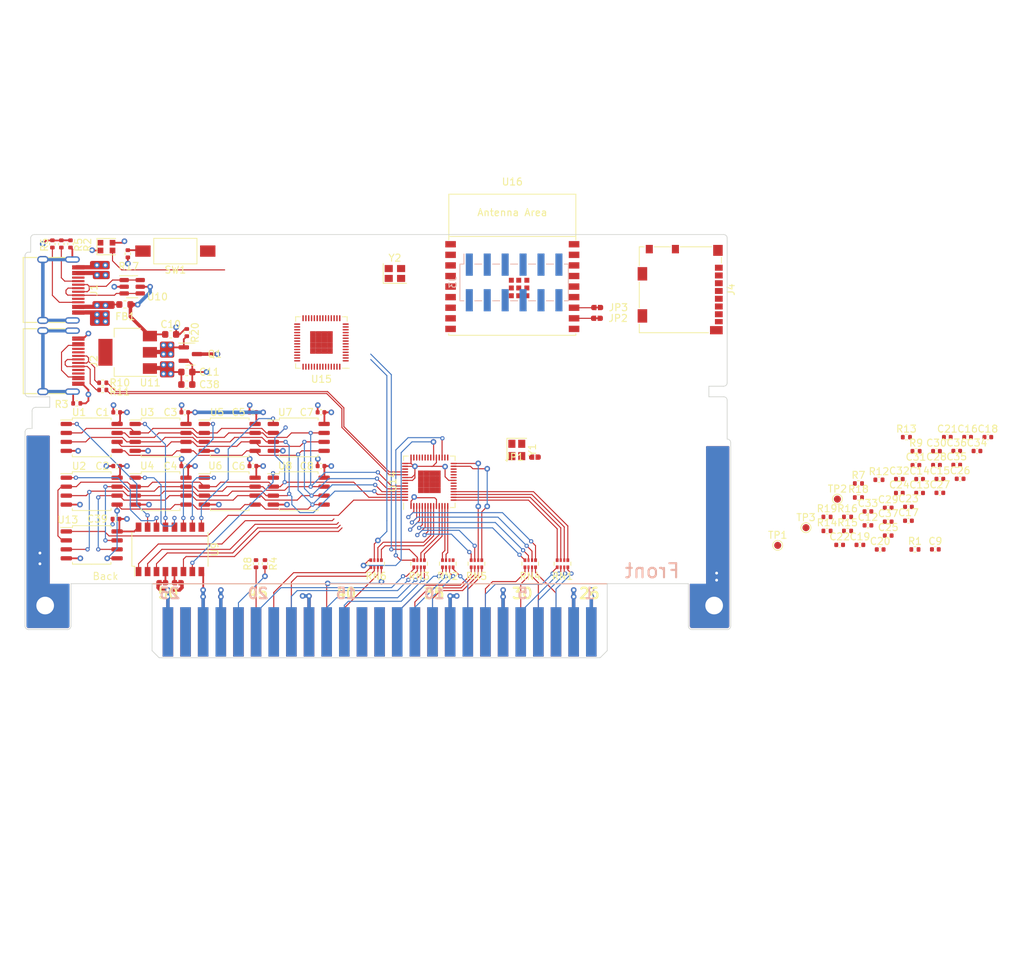
<source format=kicad_pcb>
(kicad_pcb (version 20211014) (generator pcbnew)
  (layers (0 "F.Cu" signal) (1 "In1.Cu" signal) (2 "In2.Cu" signal) (31 "B.Cu" signal) (34 "B.Paste" user) (35 "F.Paste" user) (36 "B.SilkS" user "B.Silkscreen") (37 "F.SilkS" user "F.Silkscreen") (38 "B.Mask" user) (39 "F.Mask" user) (44 "Edge.Cuts" user))
  (net 0 "")
  (net 1 "GND")
  (net 2 "+3V3")
  (net 3 "VBUS")
  (net 4 "Net-(J1-PadA5)")
  (net 5 "Net-(J1-PadB5)")
  (net 6 "Net-(J1-PadS1)")
  (net 7 "/Mainboard/VBUS'")
  (net 8 "/Mainboard/SD_DAT2")
  (net 9 "/Mainboard/SD_DAT3")
  (net 10 "/Mainboard/SD_CMD")
  (net 11 "/Mainboard/SD_CLK")
  (net 12 "/Mainboard/SD_DAT0")
  (net 13 "/Mainboard/SD_DAT1")
  (net 14 "/Mainboard/SD_DET")
  (net 15 "/Mainboard/3V3_USB")
  (net 16 "/Mainboard/N64_VCC")
  (net 17 "Net-(J2-PadS1)")
  (net 18 "/Mainboard/AD15")
  (net 19 "/Mainboard/AD14")
  (net 20 "/Mainboard/AD13")
  (net 21 "/Mainboard/AD12")
  (net 22 "/Mainboard/AD12'")
  (net 23 "/Mainboard/AD13'")
  (net 24 "/Mainboard/AD14'")
  (net 25 "/Mainboard/AD15'")
  (net 26 "/Mainboard/~{WRITE}")
  (net 27 "/Mainboard/~{READ}")
  (net 28 "/Mainboard/AD11")
  (net 29 "/Mainboard/AD10")
  (net 30 "/Mainboard/AD10'")
  (net 31 "/Mainboard/AD11'")
  (net 32 "/Mainboard/~{READ'}")
  (net 33 "/Mainboard/~{WRITE'}")
  (net 34 "/Mainboard/AD9")
  (net 35 "/Mainboard/AD8")
  (net 36 "/Mainboard/CIC_DIO")
  (net 37 "/Mainboard/~{COLD_RESET}")
  (net 38 "/Mainboard/~{COLD_RESET'}")
  (net 39 "/Mainboard/CIC_DIO'")
  (net 40 "/Mainboard/AD8'")
  (net 41 "/Mainboard/AD9'")
  (net 42 "/Mainboard/AD0'")
  (net 43 "/Mainboard/AD1'")
  (net 44 "/Mainboard/AD2'")
  (net 45 "/Mainboard/AD3'")
  (net 46 "/Mainboard/AD3")
  (net 47 "/Mainboard/AD2")
  (net 48 "/Mainboard/AD1")
  (net 49 "/Mainboard/AD0")
  (net 50 "/Mainboard/ALEL'")
  (net 51 "/Mainboard/ALEH'")
  (net 52 "/Mainboard/AD4'")
  (net 53 "/Mainboard/AD5'")
  (net 54 "/Mainboard/AD5")
  (net 55 "/Mainboard/AD4")
  (net 56 "/Mainboard/ALEH")
  (net 57 "/Mainboard/ALEL")
  (net 58 "/Mainboard/AD6'")
  (net 59 "/Mainboard/AD7'")
  (net 60 "/Mainboard/CIC_DCLK'")
  (net 61 "/Mainboard/~{INT1'}")
  (net 62 "/Mainboard/~{INT1}")
  (net 63 "/Mainboard/CIC_DCLK")
  (net 64 "/Mainboard/AD7")
  (net 65 "/Mainboard/AD6")
  (net 66 "/Mainboard/~{SSI_CS}")
  (net 67 "Net-(R17-Pad1)")
  (net 68 "/Mainboard/SSI_SD1")
  (net 69 "/Mainboard/SSI_SD2")
  (net 70 "/Mainboard/SSI_SD0")
  (net 71 "/Mainboard/SSI_SCLK")
  (net 72 "/Mainboard/SSI_SD3")
  (net 73 "/PSRAM Array/CS1")
  (net 74 "/PSRAM Array/CS2")
  (net 75 "/PSRAM Array/CS3")
  (net 76 "/PSRAM Array/CS4")
  (net 77 "/PSRAM Array/CS5")
  (net 78 "/PSRAM Array/CS6")
  (net 79 "/PSRAM Array/CS7")
  (net 80 "/Mainboard/DEMUX_A0")
  (net 81 "/Mainboard/DEMUX_A1")
  (net 82 "/Mainboard/DEMUX_A2")
  (net 83 "/Mainboard/DEMUX_IE")
  (net 84 "/Mainboard/MCU2_USB_D-")
  (net 85 "/Mainboard/MCU2_USB_D+")
  (net 86 "/Mainboard/ESP32_EN")
  (net 87 "/Mainboard/ESP32_CS")
  (net 88 "/Mainboard/ESP32_SCK")
  (net 89 "/Mainboard/ESP32_D2_G9")
  (net 93 "/Mainboard/ESP32_D3")
  (net 94 "/Mainboard/ESP32_D0_TX")
  (net 95 "/Mainboard/ESP32_D1_RX")
  (net 97 "/Mainboard/LED")
  (net 104 "Net-(C21-Pad1)")
  (net 105 "Net-(C35-Pad1)")
  (net 106 "/Mainboard/MCU2_UART_RX")
  (net 107 "/Mainboard/MCU2_UART_TX")
  (net 108 "/Mainboard/MCU2_GPIO21")
  (net 109 "/Mainboard/SI_DAT")
  (net 110 "/Mainboard/SI_DAT'")
  (net 111 "/Mainboard/~{NMI'}")
  (net 112 "/Mainboard/~{NMI}")
  (net 113 "/Mainboard/MCU1_RUN")
  (net 114 "/Mainboard/MCU1_USB_D-")
  (net 115 "Net-(R10-Pad2)")
  (net 116 "/Mainboard/MCU1_USB_D+")
  (net 117 "Net-(R11-Pad2)")
  (net 118 "/Mainboard/MCU2_CS")
  (net 119 "/Mainboard/MCU2_RUN")
  (net 120 "Net-(R14-Pad2)")
  (net 121 "Net-(R15-Pad2)")
  (net 122 "/Mainboard/MCU2_DIO")
  (net 123 "/Mainboard/MCU2_SCK")
  (net 124 "/PSRAM Array/CS8")
  (net 139 "Net-(J2-PadA4)")
  (net 140 "/Mainboard/MCU1_SWCLK")
  (net 141 "/Mainboard/MCU1_SWDIO")
  (net 142 "/Mainboard/MCU2_SWCLK")
  (net 143 "/Mainboard/MCU2_SWDIO")
  (net 144 "/Mainboard/MCU1_XIN")
  (net 145 "/Mainboard/MCU1_XOUT")
  (net 146 "/Mainboard/MCU2_XIN")
  (net 147 "/Mainboard/MCU2_XOUT")
  (net 148 "/Mainboard/MCU2_G27")
  (net 149 "Net-(JP2-Pad1)")
  (net 150 "Net-(JP3-Pad1)")
  (net 151 "Net-(JP4-Pad2)")
  (net 152 "Net-(JP5-Pad2)")
  (footprint "MountingHole:MountingHole_2.5mm_Pad" (layer "F.Cu") (at 102.85 112.6)
    (fp_text reference "REF**" hide)
    (fp_text value "MountingHole_2.5mm_Pad" hide)
  )
  (footprint "MountingHole:MountingHole_2.5mm_Pad" (layer "F.Cu") (at 197.65 112.6)
    (fp_text reference "REF**" hide)
    (fp_text value "MountingHole_2.5mm_Pad" hide)
  )
  (footprint "Capacitor_SMD:C_0402_1005Metric" (layer "F.Cu") (at 232.026 90.688)
    (fp_text reference "C36")
    (fp_text value "100n")
  )
  (footprint "Resistor_SMD:R_0402_1005Metric" (layer "F.Cu") (at 226.266 90.718)
    (fp_text reference "R9")
    (fp_text value "10K")
  )
  (footprint "Capacitor_SMD:C_0402_1005Metric" (layer "F.Cu") (at 141.942 85.204 180)
    (fp_text reference "C7")
    (fp_text value "100n")
  )
  (footprint "Capacitor_SMD:C_0402_1005Metric" (layer "F.Cu") (at 122.638 85.204 180)
    (fp_text reference "C3")
    (fp_text value "100n")
  )
  (footprint "TestPoint:TestPoint_Pad_D1.0mm" (layer "F.Cu") (at 206.656 104.068)
    (fp_text reference "TP1")
    (fp_text value "TP_MCU2_SCK")
  )
  (footprint "TestPoint:TestPoint_Pad_D1.0mm" (layer "F.Cu") (at 215.116 97.508)
    (fp_text reference "TP2")
    (fp_text value "TP_MCU2_CS")
  )
  (footprint "Package_SO:SOIC-8_5.275x5.275mm_P1.27mm" (layer "F.Cu") (at 119.209 96.38)
    (fp_text reference "U4")
    (fp_text value "LY68L6400SLIT")
  )
  (footprint "Capacitor_SMD:C_0402_1005Metric" (layer "F.Cu") (at 122.638 92.824 180)
    (fp_text reference "C4")
    (fp_text value "100n")
  )
  (footprint "Connector_USB_Extra:USB_C_Receptacle_GT-USB-7010" (layer "F.Cu") (at 104.4026 77.9508 -90)
    (fp_text reference "J2")
    (fp_text value "USB_C_Receptacle_USB2.0")
  )
  (footprint "Capacitor_SMD:C_0402_1005Metric" (layer "F.Cu") (at 226.246 92.698)
    (fp_text reference "C31")
    (fp_text value "100n")
  )
  (footprint "Resistor_SMD:R_0402_1005Metric" (layer "F.Cu") (at 105.1436 61.33 90)
    (fp_text reference "R5")
    (fp_text value "5k1")
  )
  (footprint "Capacitor_SMD:C_0402_1005Metric" (layer "F.Cu") (at 229.636 94.648)
    (fp_text reference "C15")
    (fp_text value "100n")
  )
  (footprint "Capacitor_SMD:C_0402_1005Metric" (layer "F.Cu") (at 229.636 96.618)
    (fp_text reference "C27")
    (fp_text value "12p")
  )
  (footprint "Resistor_SMD:R_0402_1005Metric" (layer "F.Cu") (at 213.646 100.028)
    (fp_text reference "R19")
    (fp_text value "10k")
  )
  (footprint "Package_SO:SOIC-8_5.275x5.275mm_P1.27mm" (layer "F.Cu") (at 109.443 96.38)
    (fp_text reference "U2")
    (fp_text value "LY68L6400SLIT")
  )
  (footprint "Capacitor_SMD:C_0402_1005Metric" (layer "F.Cu") (at 236.436 88.718)
    (fp_text reference "C18")
    (fp_text value "100n")
  )
  (footprint "Capacitor_SMD:C_0402_1005Metric" (layer "F.Cu") (at 141.942 92.824 180)
    (fp_text reference "C8")
    (fp_text value "100n")
  )
  (footprint "Package_SO:SOIC-8_5.275x5.275mm_P1.27mm" (layer "F.Cu") (at 138.78 88.76)
    (fp_text reference "U7")
    (fp_text value "LY68L6400SLIT")
  )
  (footprint "Capacitor_SMD:C_0603_1608Metric" (layer "F.Cu") (at 120.6376 74.155)
    (fp_text reference "C10")
    (fp_text value "10u")
  )
  (footprint "Capacitor_SMD:C_0402_1005Metric" (layer "F.Cu") (at 226.766 96.638)
    (fp_text reference "C13")
    (fp_text value "12p")
  )
  (footprint "LED_SMD_Extra:WS2812B-2020" (layer "F.Cu") (at 111.5444 61.709)
    (fp_text reference "D1" hide)
    (fp_text value "WS2812B-2020")
  )
  (footprint "Package_DFN_QFN_Extra:QFN-56_EP_7x7_Pitch0.4mm" (layer "F.Cu") (at 141.999 75.298 180)
    (fp_text reference "U15")
    (fp_text value "RP2040")
  )
  (footprint "picocart64:SolderJumper-2_Small_Closed" (layer "F.Cu") (at 181.001 71.869)
    (fp_text reference "JP2")
    (fp_text value "SolderJumper_2_Bridged")
  )
  (footprint "Capacitor_SMD:C_0402_1005Metric" (layer "F.Cu") (at 232.026 92.658)
    (fp_text reference "C35")
    (fp_text value "100n")
  )
  (footprint "Resistor_SMD:R_Array_Convex_4x0402" (layer "F.Cu") (at 176.162 106.667 -90)
    (fp_text reference "RN1")
    (fp_text value "22R_x4")
  )
  (footprint "Package_DFN_QFN_Extra:QFN-56_EP_7x7_Pitch0.4mm" (layer "F.Cu") (at 157.296 95.053 90)
    (fp_text reference "U14")
    (fp_text value "RP2040")
  )
  (footprint "Crystal:Crystal_SMD_2520-4Pin_2.5x2.0mm" (layer "F.Cu") (at 152.413 65.519)
    (fp_text reference "Y2")
    (fp_text value "12MHz 10ppm")
  )
  (footprint "Inductor_SMD:L_0603_1608Metric" (layer "F.Cu") (at 114.15 69.9146)
    (fp_text reference "FB1")
    (fp_text value "Ferrite")
  )
  (footprint "Resistor_SMD:R_Array_Convex_4x0402" (layer "F.Cu") (at 163.97 106.667 -90)
    (fp_text reference "RN5")
    (fp_text value "22R_x4")
  )
  (footprint "Capacitor_SMD:C_0402_1005Metric" (layer "F.Cu") (at 222.316 100.708)
    (fp_text reference "C37")
    (fp_text value "1u")
  )
  (footprint "Crystal:Crystal_SMD_2520-4Pin_2.5x2.0mm" (layer "F.Cu") (at 169.685 90.538 -90)
    (fp_text reference "Y1")
    (fp_text value "12MHz 10ppm")
  )
  (footprint "Package_SO:SOIC-8_5.275x5.275mm_P1.27mm" (layer "F.Cu") (at 129.001 96.38)
    (fp_text reference "U6")
    (fp_text value "LY68L6400SLIT")
  )
  (footprint "Package_SO:SOIC-8_5.275x5.275mm_P1.27mm" (layer "F.Cu") (at 138.78 96.38)
    (fp_text reference "U8")
    (fp_text value "LY68L6400SLIT")
  )
  (footprint "Resistor_SMD:R_0402_1005Metric" (layer "F.Cu") (at 107.328 83.934 180)
    (fp_text reference "R3")
    (fp_text value "100k")
  )
  (footprint "Connector_USB_Extra:USB_C_Receptacle_GT-USB-7010" (layer "F.Cu") (at 104.394 67.8546 -90)
    (fp_text reference "J1")
    (fp_text value "USB_C_Receptacle_USB2.0")
  )
  (footprint "Capacitor_SMD:C_0402_1005Metric" (layer "F.Cu") (at 229.156 90.708)
    (fp_text reference "C30")
    (fp_text value "100n")
  )
  (footprint "Capacitor_SMD:C_0402_1005Metric" (layer "F.Cu") (at 112.986 92.824 180)
    (fp_text reference "C2")
    (fp_text value "100n")
  )
  (footprint "Package_SO:SOIC-8_5.275x5.275mm_P1.27mm" (layer "F.Cu") (at 129.001 88.76)
    (fp_text reference "U5")
    (fp_text value "LY68L6400SLIT")
  )
  (footprint "Capacitor_SMD:C_0402_1005Metric" (layer "F.Cu") (at 222.316 98.738)
    (fp_text reference "C29")
    (fp_text value "100n")
  )
  (footprint "Package_SO:SOP-16_4.4x10.4mm_P1.27mm" (layer "F.Cu") (at 120.536 104.635 90)
    (fp_text reference "U9")
    (fp_text value "SN74LVC138AQDRQ1")
  )
  (footprint "Button_Switch_SMD:SW_SPST_FSMSM" (layer "F.Cu") (at 121.298 62.344 180)
    (fp_text reference "SW1")
    (fp_text value "BootButton")
  )
  (footprint "Resistor_SMD:R_0402_1005Metric" (layer "F.Cu") (at 218.096 97.278)
    (fp_text reference "R18")
    (fp_text value "10k")
  )
  (footprint "Capacitor_SMD:C_0402_1005Metric" (layer "F.Cu") (at 219.446 101.228)
    (fp_text reference "C12")
    (fp_text value "12p")
  )
  (footprint "Connector_Card:microSD_HC_Molex_104031-0811" (layer "F.Cu") (at 192.8625 67.805 -90)
    (fp_text reference "J4")
    (fp_text value "Micro_SD_Card_Det")
  )
  (footprint "Package_TO_SOT_SMD:SOT-223" (layer "F.Cu") (at 114.5416 76.695 180)
    (fp_text reference "U11")
    (fp_text value "AZ1117-3.3")
  )
  (footprint "Resistor_SMD:R_Array_Convex_4x0402" (layer "F.Cu") (at 171.59 106.667 -90)
    (fp_text reference "RN4")
    (fp_text value "22R_x4")
  )
  (footprint "Capacitor_SMD:C_0402_1005Metric" (layer "F.Cu") (at 132.29 92.824 180)
    (fp_text reference "C6")
    (fp_text value "100n")
  )
  (footprint "Capacitor_SMD:C_0402_1005Metric" (layer "F.Cu") (at 225.186 100.578)
    (fp_text reference "C17")
    (fp_text value "100n")
  )
  (footprint "Capacitor_SMD:C_0402_1005Metric" (layer "F.Cu") (at 225.186 98.608)
    (fp_text reference "C23")
    (fp_text value "1u")
  )
  (footprint "Package_TO_SOT_SMD:SOT-23" (layer "F.Cu") (at 123.4316 76.949)
    (fp_text reference "Q1")
    (fp_text value "FDN340P")
  )
  (footprint "Resistor_SMD:R_0402_1005Metric" (layer "F.Cu") (at 122.9236 73.901 -90)
    (fp_text reference "R20")
    (fp_text value "100k")
  )
  (footprint "TestPoint:TestPoint_Pad_D1.0mm" (layer "F.Cu") (at 210.666 101.558)
    (fp_text reference "TP3")
    (fp_text value "TP_MCU2_DIO")
  )
  (footprint "picocart64:SolderJumper-2_Small_Open" (layer "F.Cu") (at 172.225 91.554)
    (fp_text reference "JP1")
    (fp_text value "SolderJumper_2_Open")
  )
  (footprint "Resistor_SMD:R_0402_1005Metric" (layer "F.Cu") (at 114.567 62.725 -90)
    (fp_text reference "R17")
    (fp_text value "1K")
  )
  (footprint "Espressif:ESP32-C3-WROOM-02" (layer "F.Cu") (at 169.05 65.525)
    (fp_text reference "U16")
    (fp_text value "ESP32-C3-WROOM-02")
  )
  (footprint "Resistor_SMD:R_0402_1005Metric" (layer "F.Cu") (at 133.998 106.667 -90)
    (fp_text reference "R4")
    (fp_text value "22R")
  )
  (footprint "picocart64:SolderJumper-2_Small_Closed" (layer "F.Cu") (at 121.679 109.3594 180)
    (fp_text reference "JP4" hide)
    (fp_text value "SolderJumper_2_Bridged")
  )
  (footprint "Capacitor_SMD:C_0402_1005Metric" (layer "F.Cu") (at 218.306 103.998)
    (fp_text reference "C19")
    (fp_text value "100n")
  )
  (footprint "Capacitor_SMD:C_0402_1005Metric" (layer "F.Cu") (at 112.986 85.204 180)
    (fp_text reference "C1")
    (fp_text value "100n")
  )
  (footprint "Capacitor_SMD:C_0402_1005Metric" (layer "F.Cu") (at 132.29 85.204 180)
    (fp_text reference "C5")
    (fp_text value "100n")
  )
  (footprint "Capacitor_SMD:C_0603_1608Metric" (layer "F.Cu") (at 122.9236 79.489 180)
    (fp_text reference "C11")
    (fp_text value "10u")
  )
  (footprint "Capacitor_SMD:C_0402_1005Metric" (layer "F.Cu") (at 223.896 94.668)
    (fp_text reference "C32")
    (fp_text value "100n")
  )
  (footprint "Resistor_SMD:R_0402_1005Metric" (layer "F.Cu") (at 103.8736 61.33 90)
    (fp_text reference "R6")
    (fp_text value "5k1")
  )
  (footprint "Resistor_SMD:R_0402_1005Metric" (layer "F.Cu") (at 216.556 102.018)
    (fp_text reference "R15")
    (fp_text value "22R")
  )
  (footprint "Package_SO:SOIC-8_5.23x5.23mm_P1.27mm" (layer "F.Cu") (at 109.443 104)
    (fp_text reference "U13")
    (fp_text value "W25Q128JVS")
  )
  (footprint "Resistor_SMD:R_Array_Convex_4x0402" (layer "F.Cu") (at 159.906 106.667 -90)
    (fp_text reference "RN2")
    (fp_text value "22R_x4")
  )
  (footprint "Capacitor_SMD:C_0402_1005Metric" (layer "F.Cu") (at 232.506 94.628)
    (fp_text reference "C26")
    (fp_text value "12p")
  )
  (footprint "Capacitor_SMD:C_0402_1005Metric" (layer "F.Cu") (at 222.316 102.678)
    (fp_text reference "C25")
    (fp_text value "100n")
  )
  (footprint "Resistor_SMD:R_0402_1005Metric" (layer "F.Cu") (at 221.006 94.768)
    (fp_text reference "R12")
    (fp_text value "10K")
  )
  (footprint "Resistor_SMD:R_0402_1005Metric" (layer "F.Cu") (at 106.439 61.33 -90)
    (fp_text reference "R2")
    (fp_text value "100k")
  )
  (footprint "Capacitor_SMD:C_0402_1005Metric" (layer "F.Cu") (at 230.696 88.718)
    (fp_text reference "C21")
    (fp_text value "100n")
  )
  (footprint "Resistor_SMD:R_Array_Convex_4x0402" (layer "F.Cu") (at 155.842 106.667 -90)
    (fp_text reference "RN3")
    (fp_text value "22R_x4")
  )
  (footprint "Resistor_SMD:R_0402_1005Metric" (layer "F.Cu") (at 224.896 88.728)
    (fp_text reference "R13")
    (fp_text value "10k")
  )
  (footprint "Capacitor_SMD:C_0402_1005Metric" (layer "F.Cu") (at 221.176 104.648)
    (fp_text reference "C20")
    (fp_text value "1u")
  )
  (footprint "Resistor_SMD:R_Array_Convex_4x0402" (layer "F.Cu") (at 149.746 106.667 -90)
    (fp_text reference "RN6")
    (fp_text value "22R_x4")
  )
  (footprint "Package_SO:SOIC-8_5.275x5.275mm_P1.27mm" (layer "F.Cu") (at 119.209 88.76)
    (fp_text reference "U3")
    (fp_text value "LY68L6400SLIT")
  )
  (footprint "Capacitor_SMD:C_0603_1608Metric" (layer "F.Cu") (at 122.9236 81.267 180)
    (fp_text reference "C38")
    (fp_text value "10u")
  )
  (footprint "Package_TO_SOT_SMD:SOT-23-6" (layer "F.Cu") (at 115.1821 67.3986)
    (fp_text reference "U10")
    (fp_text value "USBLC6-2SC6")
  )
  (footprint "Resistor_SMD:R_0402_1005Metric" (layer "F.Cu") (at 132.728 106.667 90)
    (fp_text reference "R8")
    (fp_text value "22R")
  )
  (footprint "picocart64:SolderJumper-2_Small_Closed" (layer "F.Cu") (at 181.0388 70.345)
    (fp_text reference "JP3")
    (fp_text value "SolderJumper_2_Bridged")
  )
  (footprint "Capacitor_SMD:C_0402_1005Metric" (layer "F.Cu") (at 112.888 100.317 180)
    (fp_text reference "C39")
    (fp_text value "100n")
  )
  (footprint "Capacitor_SMD:C_0402_1005Metric" (layer "F.Cu") (at 229.156 92.678)
    (fp_text reference "C28")
    (fp_text value "100n")
  )
  (footprint "Resistor_SMD:R_0402_1005Metric" (layer "F.Cu") (at 226.104 104.645)
    (fp_text reference "R1")
    (fp_text value "10K")
  )
  (footprint "Capacitor_SMD:C_0402_1005Metric" (layer "F.Cu") (at 234.896 90.688)
    (fp_text reference "C34")
    (fp_text value "1u")
  )
  (footprint "Resistor_SMD:R_0402_1005Metric" (layer "F.Cu") (at 111.011 81.013)
    (fp_text reference "R10")
    (fp_text value "22R")
  )
  (footprint "Capacitor_SMD:C_0402_1005Metric" (layer "F.Cu") (at 219.446 99.258)
    (fp_text reference "C33")
    (fp_text value "100n")
  )
  (footprint "Capacitor_SMD:C_0402_1005Metric" (layer "F.Cu") (at 233.566 88.718)
    (fp_text reference "C16")
    (fp_text value "100n")
  )
  (footprint "Package_SO:SOIC-8_5.275x5.275mm_P1.27mm" (layer "F.Cu") (at 109.443 88.76)
    (fp_text reference "U1")
    (fp_text value "LY68L6400SLIT")
  )
  (footprint "Capacitor_SMD:C_0402_1005Metric" (layer "F.Cu") (at 215.436 103.998)
    (fp_text reference "C22")
    (fp_text value "100n")
  )
  (footprint "Resistor_SMD:R_0402_1005Metric" (layer "F.Cu") (at 213.646 102.018)
    (fp_text reference "R14")
    (fp_text value "22R")
  )
  (footprint "picocart64:SolderJumper-2_Small_Closed" (layer "F.Cu") (at 119.4184 109.3594)
    (fp_text reference "JP5" hide)
    (fp_text value "SolderJumper_2_Bridged")
  )
  (footprint "Resistor_SMD:R_0402_1005Metric" (layer "F.Cu") (at 216.556 100.028)
    (fp_text reference "R16")
    (fp_text value "470R")
  )
  (footprint "Resistor_SMD:R_0402_1005Metric" (layer "F.Cu") (at 218.096 95.288)
    (fp_text reference "R7")
    (fp_text value "10K")
  )
  (footprint "Resistor_SMD:R_0402_1005Metric" (layer "F.Cu") (at 111.011 82.029)
    (fp_text reference "R11")
    (fp_text value "22R")
  )
  (footprint "Capacitor_SMD:C_0402_1005Metric" (layer "F.Cu") (at 223.896 96.638)
    (fp_text reference "C24")
    (fp_text value "1u")
  )
  (footprint "Capacitor_SMD:C_0402_1005Metric" (layer "F.Cu") (at 228.994 104.635)
    (fp_text reference "C9")
    (fp_text value "100n")
  )
  (footprint "Capacitor_SMD:C_0402_1005Metric" (layer "F.Cu") (at 226.766 94.668)
    (fp_text reference "C14")
    (fp_text value "100n")
  )
  (footprint "picocart64:N64-Connector" (layer "B.Cu") (at 150.241 116.332 180)
    (fp_text reference "U12" hide)
    (fp_text value "N64-Cartridge")
  )
  (footprint "Connector_PinHeader_2.54mm:PinHeader_2x06_P2.54mm_Vertical_SMD" (layer "B.Cu") (at 169.304 66.789 -90)
    (fp_text reference "J3")
    (fp_text value "Conn_02x06_Odd_Even")
  )
  (gr_line (start 182.512 109.5118) (end 117.996 109.5118) (layer "B.SilkS") (width 0.15))
  (gr_line (start 117.996 109.5118) (end 182.512 109.5118) (layer "F.SilkS") (width 0.15))
  (gr_line locked (start 182.5 119) (end 182.5 109.5) (layer "Edge.Cuts") (width 0.1))
  (gr_line locked (start 194 109.5) (end 182.5 109.5) (layer "Edge.Cuts") (width 0.1))
  (gr_line locked (start 194 109.5) (end 194 115.5) (layer "Edge.Cuts") (width 0.1))
  (gr_line locked (start 199.5 116) (end 194.5 116) (layer "Edge.Cuts") (width 0.1))
  (gr_line locked (start 200 115.5) (end 200 89.5) (layer "Edge.Cuts") (width 0.1))
  (gr_line locked (start 196.9 83) (end 196.9 81.5) (layer "Edge.Cuts") (width 0.1))
  (gr_line locked (start 199 81.5) (end 196.9 81.5) (layer "Edge.Cuts") (width 0.1))
  (gr_line locked (start 199.5 60.5) (end 199.5 81) (layer "Edge.Cuts") (width 0.1))
  (gr_line locked (start 118 119) (end 119 120) (layer "Edge.Cuts") (width 0.1))
  (gr_line locked (start 182.5 119) (end 181.5 120) (layer "Edge.Cuts") (width 0.1))
  (gr_arc locked (start 100.8 60.5) (mid 100.946447 60.146447) (end 101.3 60) (layer "Edge.Cuts") (width 0.1))
  (gr_arc locked (start 100 63) (mid 100.146447 62.646447) (end 100.5 62.5) (layer "Edge.Cuts") (width 0.1))
  (gr_arc locked (start 100.5 83) (mid 100.146447 82.853553) (end 100 82.5) (layer "Edge.Cuts") (width 0.1))
  (gr_arc locked (start 101 85) (mid 101.146447 84.646447) (end 101.5 84.5) (layer "Edge.Cuts") (width 0.1))
  (gr_arc locked (start 100 88) (mid 100.146447 87.646447) (end 100.5 87.5) (layer "Edge.Cuts") (width 0.1))
  (gr_arc locked (start 100.5 116) (mid 100.146447 115.853553) (end 100 115.5) (layer "Edge.Cuts") (width 0.1))
  (gr_arc locked (start 106.5 115.5) (mid 106.353553 115.853553) (end 106 116) (layer "Edge.Cuts") (width 0.1))
  (gr_arc locked (start 194.5 116) (mid 194.146447 115.853553) (end 194 115.5) (layer "Edge.Cuts") (width 0.1))
  (gr_arc locked (start 200 115.5) (mid 199.853553 115.853553) (end 199.5 116) (layer "Edge.Cuts") (width 0.1))
  (gr_arc locked (start 199 83) (mid 199.353553 83.146447) (end 199.5 83.5) (layer "Edge.Cuts") (width 0.1))
  (gr_arc locked (start 199.5 81) (mid 199.353553 81.353553) (end 199 81.5) (layer "Edge.Cuts") (width 0.1))
  (gr_arc locked (start 199.5 89) (mid 199.853553 89.146447) (end 200 89.5) (layer "Edge.Cuts") (width 0.1))
  (gr_line locked (start 199.5 83.5) (end 199.5 89) (layer "Edge.Cuts") (width 0.1))
  (gr_line locked (start 118 119) (end 118 109.5) (layer "Edge.Cuts") (width 0.1))
  (gr_line locked (start 106.5 109.5) (end 106.5 115.5) (layer "Edge.Cuts") (width 0.1))
  (gr_arc locked (start 199 60) (mid 199.353553 60.146447) (end 199.5 60.5) (layer "Edge.Cuts") (width 0.1))
  (gr_line locked (start 181.5 120) (end 119 120) (layer "Edge.Cuts") (width 0.1))
  (gr_line locked (start 118 109.5) (end 106.5 109.5) (layer "Edge.Cuts") (width 0.1))
  (gr_line locked (start 103.5 84.5) (end 103.5 83) (layer "Edge.Cuts") (width 0.1))
  (gr_line locked (start 101.5 84.5) (end 103.5 84.5) (layer "Edge.Cuts") (width 0.1))
  (gr_line locked (start 106 116) (end 100.5 116) (layer "Edge.Cuts") (width 0.1))
  (gr_line locked (start 100.5 62.5) (end 100.8 62.5) (layer "Edge.Cuts") (width 0.1))
  (gr_line locked (start 100 82.5) (end 100 63) (layer "Edge.Cuts") (width 0.1))
  (gr_line locked (start 100.8 62.5) (end 100.8 60.5) (layer "Edge.Cuts") (width 0.1))
  (gr_line locked (start 101.3 60) (end 199 60) (layer "Edge.Cuts") (width 0.1))
  (gr_line locked (start 100 115.5) (end 100 88) (layer "Edge.Cuts") (width 0.1))
  (gr_line locked (start 100.5 87.5) (end 101 87.5) (layer "Edge.Cuts") (width 0.1))
  (gr_line locked (start 101 87.5) (end 101 85) (layer "Edge.Cuts") (width 0.1))
  (gr_line locked (start 199 83) (end 196.9 83) (layer "Edge.Cuts") (width 0.1))
  (gr_line locked (start 103.5 83) (end 100.5 83) (layer "Edge.Cuts") (width 0.1))
  (gr_text "5" (at 170.5 110.8834) (layer "B.SilkS") (effects (font (size 1.5 1.5) (thickness 0.3)) (justify mirror)))
  (gr_text "10" (at 158 110.8834) (layer "B.SilkS") (effects (font (size 1.5 1.5) (thickness 0.3)) (justify mirror)))
  (gr_text "15" (at 145.5 110.8834) (layer "B.SilkS") (effects (font (size 1.5 1.5) (thickness 0.3)) (justify mirror)))
  (gr_text "20" (at 133 110.8834) (layer "B.SilkS") (effects (font (size 1.5 1.5) (thickness 0.3)) (justify mirror)))
  (gr_text "25" (at 120.5 110.8834) (layer "B.SilkS") (effects (font (size 1.5 1.5) (thickness 0.3)) (justify mirror)))
  (gr_text "1" (at 180 110.8834) (layer "B.SilkS") (effects (font (size 1.5 1.5) (thickness 0.3)) (justify mirror)))
  (gr_text "45" (at 132.972 110.8834) (layer "F.SilkS") (effects (font (size 1.5 1.5) (thickness 0.3))))
  (gr_text "40" (at 145.472 110.8834) (layer "F.SilkS") (effects (font (size 1.5 1.5) (thickness 0.3))))
  (gr_text "35" (at 157.972 110.8834) (layer "F.SilkS") (effects (font (size 1.5 1.5) (thickness 0.3))))
  (gr_text "30" (at 170.472 110.8834) (layer "F.SilkS") (effects (font (size 1.5 1.5) (thickness 0.3))))
  (gr_text "26" (at 179.972 110.8834) (layer "F.SilkS") (effects (font (size 1.5 1.5) (thickness 0.3))))
  (gr_text "50" (at 120.282 110.875315) (layer "F.SilkS") (effects (font (size 1.5 1.5) (thickness 0.3))))
  (segment (start 108.4062 74.6008) (end 108.979 74.028) (width 0.25) (layer "F.Cu") (net 1))
  (segment (start 105.843 105.905) (end 107.836 105.905) (width 0.25) (layer "F.Cu") (net 1))
  (segment (start 141.462 84.217) (end 141.491 84.188) (width 0.25) (layer "F.Cu") (net 1))
  (segment (start 118.8596 110.0706) (end 119.1796 110.3906) (width 0.5) (layer "F.Cu") (net 1))
  (segment (start 122.1486 79.489) (end 120.8916 79.489) (width 0.25) (layer "F.Cu") (net 1))
  (segment (start 122.6716 73.391) (end 121.9076 74.155) (width 0.25) (layer "F.Cu") (net 1))
  (segment (start 121.8924 110.3906) (end 120.2312 110.3906) (width 0.5) (layer "F.Cu") (net 1))
  (segment (start 135.18 98.285) (end 137.116 98.285) (width 0.25) (layer "F.Cu") (net 1))
  (segment (start 127.741 110.409) (end 127.75 110.4) (width 0.5) (layer "F.Cu") (net 1))
  (segment (start 122.158 91.837) (end 122.187 91.808) (width 0.25) (layer "F.Cu") (net 1))
  (segment (start 122.1486 79.489) (end 122.1486 81.267) (width 0.25) (layer "F.Cu") (net 1))
  (segment (start 118.8596 109.3594) (end 118.8596 110.0706) (width 0.5) (layer "F.Cu") (net 1))
  (segment (start 108.2508 81.3008) (end 108.979 82.029) (width 0.25) (layer "F.Cu") (net 1))
  (segment (start 125.241 116.332) (end 125.241 110.247) (width 0.5) (layer "F.Cu") (net 1))
  (segment (start 125.25 108.049) (end 125.25 110.238) (width 0.25) (layer "F.Cu") (net 1))
  (segment (start 108.979 83.553) (end 108.979 82.664) (width 0.25) (layer "F.Cu") (net 1))
  (segment (start 112.506 85.204) (end 112.506 84.217) (width 0.25) (layer "F.Cu") (net 1))
  (segment (start 120.8916 79.489) (end 120.6376 79.743) (width 0.25) (layer "F.Cu") (net 1))
  (segment (start 110.6944 62.259) (end 109.5544 62.259) (width 0.25) (layer "F.Cu") (net 1))
  (segment (start 122.158 92.824) (end 122.158 91.837) (width 0.25) (layer "F.Cu") (net 1))
  (segment (start 122.158 85.204) (end 122.158 84.217) (width 0.25) (layer "F.Cu") (net 1))
  (segment (start 109.5544 62.259) (end 109.5124 62.217) (width 0.25) (layer "F.Cu") (net 1))
  (segment (start 106.439 60.818) (end 105.169 60.818) (width 0.25) (layer "F.Cu") (net 1))
  (segment (start 180.241 110.409) (end 180.25 110.4) (width 0.5) (layer "F.Cu") (net 1))
  (segment (start 122.9236 73.391) (end 122.6716 73.391) (width 0.25) (layer "F.Cu") (net 1))
  (segment (start 141.462 92.824) (end 141.462 91.837) (width 0.25) (layer "F.Cu") (net 1))
  (segment (start 125.401 90.665) (end 127.21 90.665) (width 0.25) (layer "F.Cu") (net 1))
  (segment (start 127.741 116.332) (end 127.741 110.409) (width 0.5) (layer "F.Cu") (net 1))
  (segment (start 122.2378 109.3594) (end 122.2378 110.0452) (width 0.5) (layer "F.Cu") (net 1))
  (segment (start 120.241 110.4004) (end 120.2312 110.3906) (width 0.5) (layer "F.Cu") (net 1))
  (segment (start 120.241 116.332) (end 120.241 110.4004) (width 0.5) (layer "F.Cu") (net 1))
  (segment (start 112.408 100.317) (end 112.408 101.079) (width 0.25) (layer "F.Cu") (net 1))
  (segment (start 108.598 83.934) (end 108.979 83.553) (width 0.25) (layer "F.Cu") (net 1))
  (segment (start 102.9866 60.8434) (end 102.502 61.328) (width 0.25) (layer "F.Cu") (net 1))
  (segment (start 107.838 83.934) (end 108.598 83.934) (width 0.25) (layer "F.Cu") (net 1))
  (segment (start 105.1436 60.8434) (end 103.8736 60.8434) (width 0.25) (layer "F.Cu") (net 1))
  (segment (start 167.741 116.332) (end 167.741 110.409) (width 0.5) (layer "F.Cu") (net 1))
  (segment (start 105.843 98.285) (end 107.779 98.285) (width 0.25) (layer "F.Cu") (net 1))
  (segment (start 141.462 85.204) (end 141.462 84.217) (width 0.25) (layer "F.Cu") (net 1))
  (segment (start 141.462 91.837) (end 141.491 91.808) (width 0.25) (layer "F.Cu") (net 1))
  (segment (start 114.567 63.235) (end 114.567 64.122) (width 0.25) (layer "F.Cu") (net 1))
  (segment (start 121.9076 74.155) (end 121.4126 74.155) (width 0.25) (layer "F.Cu") (net 1))
  (segment (start 125.25 110.238) (end 125.25 110.4) (width 0.25) (layer "F.Cu") (net 1))
  (segment (start 115.609 98.285) (end 117.558 98.285) (width 0.25) (layer "F.Cu") (net 1))
  (segment (start 107.5526 74.6008) (end 108.4062 74.6008) (width 0.25) (layer "F.Cu") (net 1))
  (segment (start 119.1796 110.3906) (end 120.2312 110.3906) (width 0.5) (layer "F.Cu") (net 1))
  (segment (start 112.506 92.824) (end 111.519 92.824) (width 0.25) (layer "F.Cu") (net 1))
  (segment (start 131.81 91.837) (end 131.839 91.808) (width 0.25) (layer "F.Cu") (net 1))
  (segment (start 124.986 107.785) (end 125.25 108.049) (width 0.25) (layer "F.Cu") (net 1))
  (segment (start 121.4126 74.155) (end 121.4126 73.152) (width 0.25) (layer "F.Cu") (net 1))
  (segment (start 177.741 110.409) (end 177.75 110.4) (width 0.5) (layer "F.Cu") (net 1))
  (segment (start 125.401 98.285) (end 127.464 98.285) (width 0.25) (layer "F.Cu") (net 1))
  (segment (start 131.81 84.217) (end 131.839 84.188) (width 0.25) (layer "F.Cu") (net 1))
  (segment (start 177.741 116.332) (end 177.741 110.409) (width 0.5) (layer "F.Cu") (net 1))
  (segment (start 105.169 60.818) (end 105.1436 60.8434) (width 0.25) (layer "F.Cu") (net 1))
  (segment (start 112.506 84.217) (end 112.535 84.188) (width 0.25) (layer "F.Cu") (net 1))
  (segment (start 135.18 90.665) (end 136.538 90.665) (width 0.25) (layer "F.Cu") (net 1))
  (segment (start 180.241 116.332) (end 180.241 110.409) (width 0.5) (layer "F.Cu") (net 1))
  (segment (start 121.4126 73.152) (end 121.3996 73.139) (width 0.25) (layer "F.Cu") (net 1))
  (segment (start 115.609 90.665) (end 117.431 90.665) (width 0.25) (layer "F.Cu") (net 1))
  (segment (start 112.6421 67.3986) (end 114.0446 67.3986) (width 0.25) (layer "F.Cu") (net 1))
  (segment (start 103.8736 60.8434) (end 102.9866 60.8434) (width 0.25) (layer "F.Cu") (net 1))
  (segment (start 105.843 90.665) (end 107.525 90.665) (width 0.25) (layer "F.Cu") (net 1))
  (segment (start 122.158 84.217) (end 122.187 84.188) (width 0.25) (layer "F.Cu") (net 1))
  (segment (start 167.741 110.409) (end 167.75 110.4) (width 0.5) (layer "F.Cu") (net 1))
  (segment (start 131.81 92.824) (end 131.81 91.837) (width 0.25) (layer "F.Cu") (net 1))
  (segment (start 125.241 110.247) (end 125.25 110.238) (width 0.5) (layer "F.Cu") (net 1))
  (segment (start 108.979 82.029) (end 108.979 82.664) (width 0.25) (layer "F.Cu") (net 1))
  (segment (start 122.2378 110.0452) (end 121.8924 110.3906) (width 0.5) (layer "F.Cu") (net 1))
  (segment (start 107.5526 81.3008) (end 108.2508 81.3008) (width 0.25) (layer "F.Cu") (net 1))
  (segment (start 131.81 85.204) (end 131.81 84.217) (width 0.25) (layer "F.Cu") (net 1))
  (via (at 110.2 72.3414) (size 0.8) (drill 0.4) (layers "F.Cu" "B.Cu") (net 1))
  (via (at 110.2 71.3414) (size 0.8) (drill 0.4) (layers "F.Cu" "B.Cu") (net 1))
  (via (at 111.4 71.3414) (size 0.8) (drill 0.4) (layers "F.Cu" "B.Cu") (net 1))
  (via (at 111.4 72.3414) (size 0.8) (drill 0.4) (layers "F.Cu" "B.Cu") (net 1))
  (via (at 102.108 105.156) (size 0.8) (drill 0.4) (layers "F.Cu" "B.Cu") (net 1))
  (via (at 180.25 111.35) (size 0.8) (drill 0.4) (layers "F.Cu" "B.Cu") (net 1))
  (via (at 180.25 110.4) (size 0.8) (drill 0.4) (layers "F.Cu" "B.Cu") (net 1))
  (via (at 177.75 111.35) (size 0.8) (drill 0.4) (layers "F.Cu" "B.Cu") (net 1))
  (via (at 177.75 110.4) (size 0.8) (drill 0.4) (layers "F.Cu" "B.Cu") (net 1))
  (via (at 167.75 110.4) (size 0.8) (drill 0.4) (layers "F.Cu" "B.Cu") (net 1))
  (via (at 167.75 111.35) (size 0.8) (drill 0.4) (layers "F.Cu" "B.Cu") (net 1))
  (via (at 127.75 111.35) (size 0.8) (drill 0.4) (layers "F.Cu" "B.Cu") (net 1))
  (via (at 127.75 110.4) (size 0.8) (drill 0.4) (layers "F.Cu" "B.Cu") (net 1))
  (via (at 141.491 84.188) (size 0.8) (drill 0.4) (layers "F.Cu" "B.Cu") (net 1))
  (via (at 120.6376 79.743) (size 0.8) (drill 0.4) (layers "F.Cu" "B.Cu") (net 1))
  (via (at 125.235 110.395916) (size 0.8) (drill 0.4) (layers "F.Cu" "B.Cu") (net 1))
  (via (at 102.502 61.328) (size 0.8) (drill 0.4) (layers "F.Cu" "B.Cu") (net 1))
  (via (at 198 108) (size 0.8) (drill 0.4) (layers "F.Cu" "B.Cu") (net 1))
  (via (at 107.836 105.905) (size 0.8) (drill 0.4) (layers "F.Cu" "B.Cu") (net 1))
  (via (at 127.464 98.285) (size 0.8) (drill 0.4) (layers "F.Cu" "B.Cu") (net 1))
  (via (at 107.779 98.285) (size 0.8) (drill 0.4) (layers "F.Cu" "B.Cu") (net 1))
  (via (at 110.179 64.3414) (size 0.8) (drill 0.4) (layers "F.Cu" "B.Cu") (net 1))
  (via (at 121.3996 73.139) (size 0.8) (drill 0.4) (layers "F.Cu" "B.Cu") (net 1))
  (via (at 120.6376 78.473) (size 0.8) (drill 0.4) (layers "F.Cu" "B.Cu") (net 1))
  (via (at 141.491 91.808) (size 0.8) (drill 0.4) (layers "F.Cu" "B.Cu") (net 1))
  (via (at 125.235 111.345916) (size 0.8) (drill 0.4) (layers "F.Cu" "B.Cu") (net 1))
  (via (at 111.379 64.3414) (size 0.8) (drill 0.4) (layers "F.Cu" "B.Cu") (net 1))
  (via (at 127.21 90.665) (size 0.8) (drill 0.4) (layers "F.Cu" "B.Cu") (net 1))
  (via (at 109.5124 62.217) (size 0.8) (drill 0.4) (layers "F.Cu" "B.Cu") (net 1))
  (via (at 117.431 90.665) (size 0.8) (drill 0.4) (layers "F.Cu" "B.Cu") (net 1))
  (via (at 119.6216 79.743) (size 0.8) (drill 0.4) (layers "F.Cu" "B.Cu") (net 1))
  (via (at 111.519 92.824) (size 0.8) (drill 0.4) (layers "F.Cu" "B.Cu") (net 1))
  (via (at 122.187 84.188) (size 0.8) (drill 0.4) (layers "F.Cu" "B.Cu") (net 1))
  (via (at 108.979 74.028) (size 0.8) (drill 0.4) (layers "F.Cu" "B.Cu") (net 1))
  (via (at 114.567 64.122) (size 0.8) (drill 0.4) (layers "F.Cu" "B.Cu") (net 1))
  (via (at 120.2312 110.3906) (size 0.8) (drill 0.4) (layers "F.Cu" "B.Cu") (net 1))
  (via (at 107.525 90.665) (size 0.8) (drill 0.4) (layers "F.Cu" "B.Cu") (net 1))
  (via (at 120.2312 111.3406) (size 0.8) (drill 0.4) (layers "F.Cu" "B.Cu") (net 1))
  (via (at 122.187 91.808) (size 0.8) (drill 0.4) (layers "F.Cu" "B.Cu") (net 1))
  (via (at 119.6216 78.473) (size 0.8) (drill 0.4) (layers "F.Cu" "B.Cu") (net 1))
  (via (at 131.839 91.808) (size 0.8) (drill 0.4) (layers "F.Cu" "B.Cu") (net 1))
  (via (at 131.839 84.188) (size 0.8) (drill 0.4) (layers "F.Cu" "B.Cu") (net 1))
  (via (at 137.116 98.285) (size 0.8) (drill 0.4) (layers "F.Cu" "B.Cu") (net 1))
  (via (at 198 109) (size 0.8) (drill 0.4) (layers "F.Cu" "B.Cu") (net 1))
  (via (at 112.408 101.079) (size 0.6) (drill 0.3) (layers "F.Cu" "B.Cu") (net 1))
  (via (at 112.6421 67.3986) (size 0.8) (drill 0.4) (layers "F.Cu" "B.Cu") (net 1))
  (via (at 117.558 98.285) (size 0.8) (drill 0.4) (layers "F.Cu" "B.Cu") (net 1))
  (via (at 136.538 90.665) (size 0.8) (drill 0.4) (layers "F.Cu" "B.Cu") (net 1))
  (via (at 112.535 84.188) (size 0.8) (drill 0.4) (layers "F.Cu" "B.Cu") (net 1))
  (via (at 108.979 82.664) (size 0.8) (drill 0.4) (layers "F.Cu" "B.Cu") (net 1))
  (via (at 102.108 106.68) (size 0.8) (drill 0.4) (layers "F.Cu" "B.Cu") (net 1))
  (segment (start 127.741 116.332) (end 127.741 110.409) (width 0.5) (layer "B.Cu") (net 1))
  (segment (start 127.741 110.409) (end 127.75 110.4) (width 0.5) (layer "B.Cu") (net 1))
  (segment (start 177.741 110.409) (end 177.75 110.4) (width 0.5) (layer "B.Cu") (net 1))
  (segment (start 125.241 116.332) (end 125.241 110.401916) (width 0.5) (layer "B.Cu") (net 1))
  (segment (start 180.241 116.332) (end 180.241 110.409) (width 0.5) (layer "B.Cu") (net 1))
  (segment (start 180.241 110.409) (end 180.25 110.4) (width 0.5) (layer "B.Cu") (net 1))
  (segment (start 167.741 116.332) (end 167.741 110.409) (width 0.5) (layer "B.Cu") (net 1))
  (segment (start 125.241 110.401916) (end 125.235 110.395916) (width 0.5) (layer "B.Cu") (net 1))
  (segment (start 120.241 110.4004) (end 120.2312 110.3906) (width 0.5) (layer "B.Cu") (net 1))
  (segment (start 120.241 116.332) (end 120.241 110.4004) (width 0.5) (layer "B.Cu") (net 1))
  (segment (start 167.741 110.409) (end 167.75 110.4) (width 0.5) (layer "B.Cu") (net 1))
  (segment (start 177.741 116.332) (end 177.741 110.409) (width 0.5) (layer "B.Cu") (net 1))
  (segment (start 123.1116 77.899) (end 123.6986 78.486) (width 0.25) (layer "F.Cu") (net 2))
  (segment (start 123.6986 78.486) (end 123.6986 79.489) (width 0.25) (layer "F.Cu") (net 2))
  (segment (start 113.466 86.432) (end 113.043 86.855) (width 0.25) (layer "F.Cu") (net 2))
  (segment (start 159.487182 92.861818) (end 157.547447 92.861818) (width 0.1524) (layer "F.Cu") (net 2))
  (segment (start 155.140739 97.280104) (end 155.140739 97.208262) (width 0.1524) (layer "F.Cu") (net 2))
  (segment (start 132.77 92.824) (end 133.744 92.824) (width 0.25) (layer "F.Cu") (net 2))
  (segment (start 154.696 97.796684) (end 154.696 98.4905) (width 0.1524) (layer "F.Cu") (net 2))
  (segment (start 112.3944 61.159) (end 113.8724 61.159) (width 0.25) (layer "F.Cu") (net 2))
  (segment (start 123.118 92.824) (end 123.118 94.166) (width 0.25) (layer "F.Cu") (net 2))
  (segment (start 142.422 94.433) (end 142.38 94.475) (width 0.25) (layer "F.Cu") (net 2))
  (segment (start 113.466 92.824) (end 113.466 94.052) (width 0.25) (layer "F.Cu") (net 2))
  (segment (start 132.77 85.204) (end 132.77 86.686) (width 0.25) (layer "F.Cu") (net 2))
  (segment (start 132.77 92.824) (end 132.77 94.306) (width 0.25) (layer "F.Cu") (net 2))
  (segment (start 153.8585 94.853) (end 154.909686 94.853) (width 0.1524) (layer "F.Cu") (net 2))
  (segment (start 154.696001 92.448726) (end 155.109093 92.861818) (width 0.1524) (layer "F.Cu") (net 2))
  (segment (start 153.8585 92.853001) (end 153.867317 92.861818) (width 0.1524) (layer "F.Cu") (net 2))
  (segment (start 142.422 86.813) (end 142.38 86.855) (width 0.25) (layer "F.Cu") (net 2))
  (segment (start 153.867317 92.861818) (end 155.248502 92.861818) (width 0.1524) (layer "F.Cu") (net 2))
  (segment (start 123.118 94.166) (end 122.809 94.475) (width 0.25) (layer "F.Cu") (net 2))
  (segment (start 142.422 92.824) (end 143.396 92.824) (width 0.25) (layer "F.Cu") (net 2))
  (segment (start 158.301789 98.484711) (end 158.301789 97.567472) (width 0.1524) (layer "F.Cu") (net 2))
  (segment (start 113.368 100.317) (end 113.368 101.77) (width 0.25) (layer "F.Cu") (net 2))
  (segment (start 125.7176 79.489) (end 123.6986 79.489) (width 0.25) (layer "F.Cu") (net 2))
  (segment (start 158.050342 97.316025) (end 155.17666 97.316025) (width 0.1524) (layer "F.Cu") (net 2))
  (segment (start 123.118 86.546) (end 122.809 86.855) (width 0.25) (layer "F.Cu") (net 2))
  (segment (start 153.862775 92.448726) (end 154.696001 92.448726) (width 0.1524) (layer "F.Cu") (net 2))
  (segment (start 157.547447 92.861818) (end 155.248502 92.861818) (width 0.1524) (layer "F.Cu") (net 2))
  (segment (start 132.77 86.686) (end 132.601 86.855) (width 0.25) (layer "F.Cu") (net 2))
  (segment (start 113.466 92.824) (end 114.44 92.824) (width 0.25) (layer "F.Cu") (net 2))
  (segment (start 159.523104 94.33458) (end 159.523104 92.897739) (width 0.1524) (layer "F.Cu") (net 2))
  (segment (start 132.77 85.204) (end 133.744 85.204) (width 0.25) (layer "F.Cu") (net 2))
  (segment (start 158.301789 97.567472) (end 158.050342 97.316025) (width 0.1524) (layer "F.Cu") (net 2))
  (segment (start 153.8585 94.452999) (end 154.806793 94.452999) (width 0.1524) (layer "F.Cu") (net 2))
  (segment (start 153.8585 92.453) (end 153.862775 92.448726) (width 0.1524) (layer "F.Cu") (net 2))
  (segment (start 158.296 92.328791) (end 157.762973 92.861818) (width 0.1524) (layer "F.Cu") (net 2))
  (segment (start 116.086 101.485) (end 115.476 102.095) (width 0.25) (layer "F.Cu") (net 2))
  (segment (start 155.248502 93.759843) (end 155.248502 92.861818) (width 0.1524) (layer "F.Cu") (net 2))
  (segment (start 113.368 100.317) (end 114.44 100.317) (width 0.25) (layer "F.Cu") (net 2))
  (segment (start 142.422 92.824) (end 142.422 94.433) (width 0.25) (layer "F.Cu") (net 2))
  (segment (start 113.368 101.77) (end 113.043 102.095) (width 0.25) (layer "F.Cu") (net 2))
  (segment (start 123.6986 79.489) (end 123.6986 81.267) (width 0.25) (layer "F.Cu") (net 2))
  (segment (start 154.909686 94.853) (end 155.248502 94.514185) (width 0.1524) (layer "F.Cu") (net 2))
  (segment (start 142.422 85.204) (end 143.396 85.204) (width 0.25) (layer "F.Cu") (net 2))
  (segment (start 155.17666 97.316025) (end 154.696 97.796684) (width 0.1524) (layer "F.Cu") (net 2))
  (segment (start 123.118 85.204) (end 123.118 86.546) (width 0.25) (layer "F.Cu") (net 2))
  (segment (start 123.118 92.824) (end 124.092 92.824) (width 0.25) (layer "F.Cu") (net 2))
  (segment (start 113.466 85.204) (end 113.466 86.432) (width 0.25) (layer "F.Cu") (net 2))
  (segment (start 158.296 91.6155) (end 158.296 92.328791) (width 0.1524) (layer "F.Cu") (net 2))
  (segment (start 122.4941 77.899) (end 123.1116 77.899) (width 0.25) (layer "F.Cu") (net 2))
  (segment (start 154.806793 94.452999) (end 155.248502 94.01129) (width 0.1524) (layer "F.Cu") (net 2))
  (segment (start 155.17666 97.316025) (end 155.140739 97.280104) (width 0.1524) (layer "F.Cu") (net 2))
  (segment (start 154.696 91.6155) (end 154.696001 92.448726) (width 0.1524) (layer "F.Cu") (net 2))
  (segment (start 132.77 94.306) (end 132.601 94.475) (width 0.25) (layer "F.Cu") (net 2))
  (segment (start 115.476 102.095) (end 113.043 102.095) (width 0.25) (layer "F.Cu") (net 2))
  (segment (start 159.523104 92.897739) (end 159.487182 92.861818) (width 0.1524) (layer "F.Cu") (net 2))
  (segment (start 113.466 85.204) (end 114.44 85.204) (width 0.25) (layer "F.Cu") (net 2))
  (segment (start 160.7335 94.853) (end 160.041524 94.853) (width 0.1524) (layer "F.Cu") (net 2))
  (segment (start 155.248502 94.514185) (end 155.248502 93.759843) (width 0.1524) (layer "F.Cu") (net 2))
  (segment (start 157.762973 92.861818) (end 157.547447 92.861818) (width 0.1524) (layer "F.Cu") (net 2))
  (segment (start 113.466 94.052) (end 113.043 94.475) (width 0.25) (layer "F.Cu") (net 2))
  (segment (start 123.118 85.204) (end 124.092 85.204) (width 0.25) (layer "F.Cu") (net 2))
  (segment (start 113.8724 61.159) (end 114.0844 60.947) (width 0.25) (layer "F.Cu") (net 2))
  (segment (start 159.594946 94.406422) (end 159.523104 94.33458) (width 0.1524) (layer "F.Cu") (net 2))
  (segment (start 160.041524 94.853) (end 159.594946 94.406422) (width 0.1524) (layer "F.Cu") (net 2))
  (segment (start 155.248502 94.01129) (end 155.248502 93.759843) (width 0.1524) (layer "F.Cu") (net 2))
  (segment (start 142.422 85.204) (end 142.422 86.813) (width 0.25) (layer "F.Cu") (net 2))
  (segment (start 155.109093 92.861818) (end 155.248502 92.861818) (width 0.1524) (layer "F.Cu") (net 2))
  (via (at 114.44 85.204) (size 0.8) (drill 0.4) (layers "F.Cu" "B.Cu") (net 2))
  (via (at 143.396 85.204) (size 0.8) (drill 0.4) (layers "F.Cu" "B.Cu") (net 2))
  (via (at 143.396 92.824) (size 0.8) (drill 0.4) (layers "F.Cu" "B.Cu") (net 2))
  (via (at 159.523104 92.897739) (size 0.8) (drill 0.4) (layers "F.Cu" "B.Cu") (net 2))
  (via (at 114.44 100.317) (size 0.8) (drill 0.4) (layers "F.Cu" "B.Cu") (net 2))
  (via (at 133.744 92.824) (size 0.8) (drill 0.4) (layers "F.Cu" "B.Cu") (net 2))
  (via (at 124.092 85.204) (size 0.8) (drill 0.4) (layers "F.Cu" "B.Cu") (net 2))
  (via (at 125.7176 79.489) (size 0.8) (drill 0.4) (layers "F.Cu" "B.Cu") (net 2))
  (via (at 114.44 92.824) (size 0.8) (drill 0.4) (layers "F.Cu" "B.Cu") (net 2))
  (via (at 155.140739 97.208262) (size 0.8) (drill 0.4) (layers "F.Cu" "B.Cu") (net 2))
  (via (at 155.248502 92.861818) (size 0.8) (drill 0.4) (layers "F.Cu" "B.Cu") (net 2))
  (via (at 124.092 92.824) (size 0.8) (drill 0.4) (layers "F.Cu" "B.Cu") (net 2))
  (via (at 114.0844 60.947) (size 0.8) (drill 0.4) (layers "F.Cu" "B.Cu") (net 2))
  (via (at 133.744 85.204) (size 0.8) (drill 0.4) (layers "F.Cu" "B.Cu") (net 2))
  (segment (start 124.092 85.204) (end 133.744 85.204) (width 0.5) (layer "B.Cu") (net 2))
  (segment (start 117.9316 74.155) (end 117.6916 74.395) (width 0.25) (layer "F.Cu") (net 3))
  (segment (start 115.964 69.9386) (end 114.9615 69.9386) (width 0.5) (layer "F.Cu") (net 3))
  (segment (start 114.9375 69.9146) (end 114.9375 71.6409) (width 0.5) (layer "F.Cu") (net 3))
  (segment (start 114.9615 69.9386) (end 114.9375 69.9146) (width 0.5) (layer "F.Cu") (net 3))
  (segment (start 116.3196 67.3986) (end 117.7221 67.3986) (width 0.25) (layer "F.Cu") (net 3))
  (segment (start 114.9375 71.6409) (end 117.6916 74.395) (width 0.5) (layer "F.Cu") (net 3))
  (segment (start 119.8626 74.155) (end 117.9316 74.155) (width 0.25) (layer "F.Cu") (net 3))
  (via (at 115.964 69.9386) (size 0.8) (drill 0.4) (layers "F.Cu" "B.Cu") (net 3))
  (via (at 117.7221 67.3986) (size 0.8) (drill 0.4) (layers "F.Cu" "B.Cu") (net 3))
  (segment (start 117.7221 68.1805) (end 115.964 69.9386) (width 0.5) (layer "B.Cu") (net 3))
  (segment (start 117.7221 67.3986) (end 117.7221 68.1805) (width 0.5) (layer "B.Cu") (net 3))
  (segment (start 105.1436 61.8634) (end 105.1436 66.1286) (width 0.15) (layer "F.Cu") (net 4))
  (segment (start 105.1436 66.1286) (end 105.6196 66.6046) (width 0.15) (layer "F.Cu") (net 4))
  (segment (start 105.6196 66.6046) (end 107.544 66.6046) (width 0.15) (layer "F.Cu") (net 4))
  (segment (start 104.8604 69.6046) (end 107.544 69.6046) (width 0.15) (layer "F.Cu") (net 5))
  (segment (start 103.8736 68.6178) (end 104.8604 69.6046) (width 0.15) (layer "F.Cu") (net 5))
  (segment (start 103.8736 61.8634) (end 103.8736 68.6178) (width 0.15) (layer "F.Cu") (net 5))
  (segment (start 106.704 62.105) (end 106.439 61.84) (width 0.25) (layer "F.Cu") (net 6))
  (segment (start 106.704 63.5346) (end 106.704 62.105) (width 0.25) (layer "F.Cu") (net 6))
  (segment (start 106.704 72.1746) (end 102.524 72.1746) (width 0.5) (layer "B.Cu") (net 6))
  (segment (start 102.524 63.5346) (end 106.704 63.5346) (width 0.5) (layer "B.Cu") (net 6))
  (segment (start 102.524 72.1746) (end 102.524 63.5346) (width 0.5) (layer "B.Cu") (net 6))
  (segment (start 111.5268 69.9146) (end 111.4 70.0414) (width 0.25) (layer "F.Cu") (net 7))
  (segment (start 113.3625 69.9146) (end 111.5268 69.9146) (width 0.25) (layer "F.Cu") (net 7))
  (via (at 110.2 65.7414) (size 0.8) (drill 0.4) (layers "F.Cu" "B.Cu") (net 7))
  (via (at 111.4 70.0414) (size 0.8) (drill 0.4) (layers "F.Cu" "B.Cu") (net 7))
  (via (at 110.2 70.0414) (size 0.8) (drill 0.4) (layers "F.Cu" "B.Cu") (net 7))
  (via (at 111.4 65.7414) (size 0.8) (drill 0.4) (layers "F.Cu" "B.Cu") (net 7))
  (segment (start 122.4941 75.999) (end 120.953171 75.999) (width 0.25) (layer "F.Cu") (net 15))
  (segment (start 122.4941 74.8405) (end 122.4941 75.999) (width 0.25) (layer "F.Cu") (net 15))
  (segment (start 122.9236 74.411) (end 122.4941 74.8405) (width 0.25) (layer "F.Cu") (net 15))
  (segment (start 120.953171 75.999) (end 120.630073 75.675902) (width 0.25) (layer "F.Cu") (net 15))
  (via (at 119.6216 76.949) (size 0.8) (drill 0.4) (layers "F.Cu" "B.Cu") (net 15))
  (via (at 120.630073 75.675902) (size 0.8) (drill 0.4) (layers "F.Cu" "B.Cu") (net 15))
  (via (at 119.614073 75.679) (size 0.8) (drill 0.4) (layers "F.Cu" "B.Cu") (net 15))
  (via (at 120.6376 76.945902) (size 0.8) (drill 0.4) (layers "F.Cu" "B.Cu") (net 15))
  (segment (start 160.241 116.332) (end 160.241 111.252) (width 0.5) (layer "F.Cu") (net 16))
  (segment (start 140.241 116.332) (end 140.241 111.259) (width 0.5) (layer "F.Cu") (net 16))
  (segment (start 160.254 111.239) (end 161.176 111.239) (width 0.5) (layer "F.Cu") (net 16))
  (segment (start 124.3691 76.949) (end 127.267 76.949) (width 0.5) (layer "F.Cu") (net 16))
  (segment (start 140.241 111.259) (end 140.221 111.239) (width 0.5) (layer "F.Cu") (net 16))
  (segment (start 160.241 111.252) (end 160.254 111.239) (width 0.5) (layer "F.Cu") (net 16))
  (segment (start 140.221 111.239) (end 139.332 111.239) (width 0.5) (layer "F.Cu") (net 16))
  (via (at 161.176 111.239) (size 0.8) (drill 0.4) (layers "F.Cu" "B.Cu") (net 16))
  (via (at 139.332 111.239) (size 0.8) (drill 0.4) (layers "F.Cu" "B.Cu") (net 16))
  (via (at 140.241 111.259) (size 0.8) (drill 0.4) (layers "F.Cu" "B.Cu") (net 16))
  (via (at 127.267 76.949) (size 0.8) (drill 0.4) (layers "F.Cu" "B.Cu") (net 16))
  (via (at 160.241 111.252) (size 0.8) (drill 0.4) (layers "F.Cu" "B.Cu") (net 16))
  (segment (start 140.241 111.259) (end 140.221 111.239) (width 0.5) (layer "B.Cu") (net 16))
  (segment (start 160.241 116.332) (end 160.241 111.252) (width 0.5) (layer "B.Cu") (net 16))
  (segment (start 139.332 111.168) (end 139.332 111.239) (width 0.1524) (layer "B.Cu") (net 16))
  (segment (start 140.221 111.239) (end 139.332 111.239) (width 0.5) (layer "B.Cu") (net 16))
  (segment (start 160.241 111.252) (end 160.254 111.239) (width 0.5) (layer "B.Cu") (net 16))
  (segment (start 160.254 111.239) (end 161.176 111.239) (width 0.5) (layer "B.Cu") (net 16))
  (segment (start 140.241 116.332) (end 140.241 111.259) (width 0.5) (layer "B.Cu") (net 16))
  (segment (start 106.818 83.934) (end 106.818 82.3762) (width 0.25) (layer "F.Cu") (net 17))
  (segment (start 106.818 82.3762) (end 106.7126 82.2708) (width 0.25) (layer "F.Cu") (net 17))
  (segment (start 106.7126 73.6308) (end 102.5326 73.6308) (width 0.5) (layer "B.Cu") (net 17))
  (segment (start 102.5326 82.2708) (end 106.7126 82.2708) (width 0.5) (layer "B.Cu") (net 17))
  (segment (start 102.5326 73.6308) (end 102.5326 82.2708) (width 0.5) (layer "B.Cu") (net 17))
  (segment (start 176.912 101.315984) (end 172.049016 96.453) (width 0.15) (layer "F.Cu") (net 18))
  (segment (start 176.912 106.167) (end 176.912 101.315984) (width 0.15) (layer "F.Cu") (net 18))
  (segment (start 172.049016 96.453) (end 160.7335 96.453) (width 0.15) (layer "F.Cu") (net 18))
  (segment (start 176.412 106.167) (end 176.412 101.456) (width 0.15) (layer "F.Cu") (net 19))
  (segment (start 176.412 101.456) (end 171.809 96.853) (width 0.15) (layer "F.Cu") (net 19))
  (segment (start 171.809 96.853) (end 160.7335 96.853) (width 0.15) (layer "F.Cu") (net 19))
  (segment (start 175.912 106.167) (end 175.912 101.580969) (width 0.15) (layer "F.Cu") (net 20))
  (segment (start 175.912 101.580969) (end 171.584031 97.253) (width 0.15) (layer "F.Cu") (net 20))
  (segment (start 171.584031 97.253) (end 160.7335 97.253) (width 0.15) (layer "F.Cu") (net 20))
  (segment (start 175.412 101.726) (end 171.339 97.653) (width 0.15) (layer "F.Cu") (net 21))
  (segment (start 171.339 97.653) (end 160.7335 97.653) (width 0.15) (layer "F.Cu") (net 21))
  (segment (start 175.412 106.167) (end 175.412 101.726) (width 0.15) (layer "F.Cu") (net 21))
  (segment (start 174.765 107.81) (end 174.765 108.064) (width 0.15) (layer "F.Cu") (net 22))
  (segment (start 175.412 107.167) (end 175.408 107.167) (width 0.15) (layer "F.Cu") (net 22))
  (segment (start 175.408 107.167) (end 174.765 107.81) (width 0.15) (layer "F.Cu") (net 22))
  (via (at 174.765 108.064) (size 0.6) (drill 0.3) (layers "F.Cu" "B.Cu") (net 22))
  (segment (start 165.241 116.332) (end 165.241 110.984) (width 0.15) (layer "B.Cu") (net 22))
  (segment (start 165.241 110.984) (end 166.637 109.588) (width 0.15) (layer "B.Cu") (net 22))
  (segment (start 166.637 109.588) (end 173.241 109.588) (width 0.15) (layer "B.Cu") (net 22))
  (segment (start 173.241 109.588) (end 174.765 108.064) (width 0.15) (layer "B.Cu") (net 22))
  (segment (start 175.912 107.167) (end 175.912 107.806) (width 0.15) (layer "F.Cu") (net 23))
  (segment (start 175.912 107.806) (end 175.654 108.064) (width 0.15) (layer "F.Cu") (net 23))
  (via (at 175.654 108.064) (size 0.6) (drill 0.3) (layers "F.Cu" "B.Cu") (net 23))
  (segment (start 170.241 116.332) (end 170.241 113.477) (width 0.15) (layer "B.Cu") (net 23))
  (segment (start 170.193 116.284) (end 170.241 116.332) (width 0.1524) (layer "B.Cu") (net 23))
  (segment (start 170.241 113.477) (end 175.654 108.064) (width 0.15) (layer "B.Cu") (net 23))
  (segment (start 176.412 107.167) (end 176.412 107.933) (width 0.15) (layer "F.Cu") (net 24))
  (segment (start 176.412 107.933) (end 176.543 108.064) (width 0.15) (layer "F.Cu") (net 24))
  (via (at 176.543 108.064) (size 0.6) (drill 0.3) (layers "F.Cu" "B.Cu") (net 24))
  (segment (start 172.741 111.866) (end 176.543 108.064) (width 0.15) (layer "B.Cu") (net 24))
  (segment (start 172.741 116.332) (end 172.741 111.866) (width 0.15) (layer "B.Cu") (net 24))
  (segment (start 176.912 107.167) (end 176.912 107.544) (width 0.15) (layer "F.Cu") (net 25))
  (segment (start 176.912 107.544) (end 177.432 108.064) (width 0.15) (layer "F.Cu") (net 25))
  (via (at 177.432 108.064) (size 0.6) (drill 0.3) (layers "F.Cu" "B.Cu") (net 25))
  (segment (start 175.241 110.255) (end 177.432 108.064) (width 0.1524) (layer "B.Cu") (net 25))
  (segment (start 175.241 116.332) (end 175.241 110.255) (width 0.1524) (layer "B.Cu") (net 25))
  (segment (start 159.656 106.167) (end 159.656 105.334516) (width 0.15) (layer "F.Cu") (net 28))
  (segment (start 159.656 105.334516) (end 159.896 105.094516) (width 0.15) (layer "F.Cu") (net 28))
  (segment (start 159.896 105.094516) (end 159.896 98.4905) (width 0.15) (layer "F.Cu") (net 28))
  (segment (start 159.156 106.167) (end 159.144 106.155) (width 0.15) (layer "F.Cu") (net 29))
  (segment (start 159.496 104.791) (end 159.496 98.4905) (width 0.15) (layer "F.Cu") (net 29))
  (segment (start 159.144 105.143) (end 159.496 104.791) (width 0.15) (layer "F.Cu") (net 29))
  (segment (start 159.144 106.155) (end 159.144 105.143) (width 0.15) (layer "F.Cu") (net 29))
  (segment (start 159.156 107.167) (end 159.156 107.925) (width 0.15) (layer "F.Cu") (net 30))
  (segment (start 159.156 107.925) (end 158.636 108.445) (width 0.15) (layer "F.Cu") (net 30))
  (via (at 158.636 108.445) (size 0.6) (drill 0.3) (layers "F.Cu" "B.Cu") (net 30))
  (segment (start 157.878 108.445) (end 158.636 108.445) (width 0.15) (layer "B.Cu") (net 30))
  (segment (start 152.741 116.332) (end 152.741 113.582) (width 0.15) (layer "B.Cu") (net 30))
  (segment (start 152.741 113.582) (end 157.878 108.445) (width 0.15) (layer "B.Cu") (net 30))
  (segment (start 159.656 107.167) (end 159.656 108.441) (width 0.15) (layer "F.Cu") (net 31))
  (segment (start 159.656 108.441) (end 159.652 108.445) (width 0.15) (layer "F.Cu") (net 31))
  (via (at 159.652 108.445) (size 0.6) (drill 0.3) (layers "F.Cu" "B.Cu") (net 31))
  (segment (start 159.652 108.445) (end 159.652002 108.445) (width 0.15) (layer "B.Cu") (net 31))
  (segment (start 155.241 116.332) (end 155.241 112.856002) (width 0.1524) (layer "B.Cu") (net 31))
  (segment (start 155.241 112.856002) (end 159.652002 108.445) (width 0.1524) (layer "B.Cu") (net 31))
  (segment (start 160.156 107.167) (end 160.156 107.933) (width 0.15) (layer "F.Cu") (net 32))
  (segment (start 160.156 107.933) (end 160.668 108.445) (width 0.15) (layer "F.Cu") (net 32))
  (via (at 160.668 108.445) (size 0.6) (drill 0.3) (layers "F.Cu" "B.Cu") (net 32))
  (segment (start 157.741 111.372001) (end 160.668002 108.444999) (width 0.1524) (layer "B.Cu") (net 32))
  (segment (start 157.741 116.332) (end 157.741 111.372001) (width 0.1524) (layer "B.Cu") (net 32))
  (segment (start 160.668 108.445) (end 160.668002 108.444999) (width 0.15) (layer "B.Cu") (net 32))
  (segment (start 160.656 107.417) (end 161.684 108.445) (width 0.15) (layer "F.Cu") (net 33))
  (segment (start 160.656 107.167) (end 160.656 107.417) (width 0.15) (layer "F.Cu") (net 33))
  (via (at 161.684 108.445) (size 0.6) (drill 0.3) (layers "F.Cu" "B.Cu") (net 33))
  (segment (start 162.741 109.502) (end 161.684 108.445) (width 0.1524) (layer "B.Cu") (net 33))
  (segment (start 162.741 116.332) (end 162.741 109.502) (width 0.1524) (layer "B.Cu") (net 33))
  (segment (start 156.592 105.282) (end 159.096 102.778) (width 0.15) (layer "F.Cu") (net 34))
  (segment (start 159.096 102.778) (end 159.096 98.4905) (width 0.15) (layer "F.Cu") (net 34))
  (segment (start 156.592 106.167) (end 156.592 105.282) (width 0.15) (layer "F.Cu") (net 34))
  (segment (start 158.696 98.4905) (end 158.696 102.543) (width 0.15) (layer "F.Cu") (net 35))
  (segment (start 158.696 102.543) (end 156.092 105.147) (width 0.15) (layer "F.Cu") (net 35))
  (segment (start 156.092 105.147) (end 156.092 106.167) (width 0.15) (layer "F.Cu") (net 35))
  (segment (start 155.592 105.767) (end 154.46 104.635) (width 0.15) (layer "F.Cu") (net 36))
  (segment (start 155.592 106.167) (end 155.592 105.767) (width 0.15) (layer "F.Cu") (net 36))
  (segment (start 154.46 104.635) (end 151.905 104.635) (width 0.15) (layer "F.Cu") (net 36))
  (via (at 151.905 104.635) (size 0.6) (drill 0.3) (layers "F.Cu" "B.Cu") (net 36))
  (segment (start 148.984 76.949) (end 151.905 79.87) (width 0.15) (layer "B.Cu") (net 36))
  (segment (start 151.905 79.87) (end 151.905 104.635) (width 0.15) (layer "B.Cu") (net 36))
  (segment (start 153.220115 106.167) (end 152.54 105.486885) (width 0.15) (layer "F.Cu") (net 37))
  (segment (start 159.096 91.6155) (end 159.096 88.935) (width 0.15) (layer "F.Cu") (net 37))
  (segment (start 155.092 106.167) (end 153.220115 106.167) (width 0.15) (layer "F.Cu") (net 37))
  (segment (start 159.096 88.935) (end 159.144 88.887) (width 0.15) (layer "F.Cu") (net 37))
  (via (at 159.144 88.887) (size 0.6) (drill 0.3) (layers "F.Cu" "B.Cu") (net 37))
  (via (at 152.54 105.486885) (size 0.6) (drill 0.3) (layers "F.Cu" "B.Cu") (net 37))
  (segment (start 159.0505 88.7935) (end 154.2845 88.7935) (width 0.15) (layer "B.Cu") (net 37))
  (segment (start 159.144 88.887) (end 159.0505 88.7935) (width 0.15) (layer "B.Cu") (net 37))
  (segment (start 152.54 90.538) (end 152.54 105.486885) (width 0.15) (layer "B.Cu") (net 37))
  (segment (start 154.2845 88.7935) (end 152.54 90.538) (width 0.15) (layer "B.Cu") (net 37))
  (segment (start 154.066 108.445) (end 153.556 108.445) (width 0.15) (layer "F.Cu") (net 38))
  (segment (start 155.092 107.419) (end 154.066 108.445) (width 0.15) (layer "F.Cu") (net 38))
  (segment (start 155.092 107.167) (end 155.092 107.419) (width 0.15) (layer "F.Cu") (net 38))
  (via (at 153.556 108.445) (size 0.6) (drill 0.3) (layers "F.Cu" "B.Cu") (net 38))
  (segment (start 132.741 116.332) (end 132.741 113.582) (width 0.1524) (layer "B.Cu") (net 38))
  (segment (start 151.9373 110.0637) (end 153.556 108.445) (width 0.1524) (layer "B.Cu") (net 38))
  (segment (start 132.741 113.582) (end 136.2593 110.0637) (width 0.1524) (layer "B.Cu") (net 38))
  (segment (start 136.2593 110.0637) (end 151.9373 110.0637) (width 0.1524) (layer "B.Cu") (net 38))
  (segment (start 155.592 107.679) (end 154.318 108.953) (width 0.15) (layer "F.Cu") (net 39))
  (segment (start 155.592 107.167) (end 155.592 107.679) (width 0.15) (layer "F.Cu") (net 39))
  (via (at 154.318 108.953) (size 0.6) (drill 0.3) (layers "F.Cu" "B.Cu") (net 39))
  (segment (start 137.741 116.332) (end 137.741 111.306) (width 0.1524) (layer "B.Cu") (net 39))
  (segment (start 154.318 108.953) (end 152.794 110.477) (width 0.15) (layer "B.Cu") (net 39))
  (segment (start 152.794 110.477) (end 138.57 110.477) (width 0.15) (layer "B.Cu") (net 39))
  (segment (start 137.741 111.306) (end 138.57 110.477) (width 0.1524) (layer "B.Cu") (net 39))
  (segment (start 156.092 108.195) (end 155.334 108.953) (width 0.1524) (layer "F.Cu") (net 40))
  (segment (start 156.092 107.167) (end 156.092 108.195) (width 0.1524) (layer "F.Cu") (net 40))
  (via (at 155.334 108.953) (size 0.6) (drill 0.3) (layers "F.Cu" "B.Cu") (net 40))
  (segment (start 142.741 116.332) (end 142.741 112.91) (width 0.1524) (layer "B.Cu") (net 40))
  (segment (start 152.794 111.493) (end 155.334 108.953) (width 0.1524) (layer "B.Cu") (net 40))
  (segment (start 144.158 111.493) (end 152.794 111.493) (width 0.1524) (layer "B.Cu") (net 40))
  (segment (start 142.741 112.91) (end 144.158 111.493) (width 0.1524) (layer "B.Cu") (net 40))
  (segment (start 156.592 108.711) (end 156.35 108.953) (width 0.15) (layer "F.Cu") (net 41))
  (segment (start 156.592 107.167) (end 156.592 108.711) (width 0.15) (layer "F.Cu") (net 41))
  (via (at 156.35 108.953) (size 0.6) (drill 0.3) (layers "F.Cu" "B.Cu") (net 41))
  (segment (start 153.302 112.001) (end 156.35 108.953) (width 0.1524) (layer "B.Cu") (net 41))
  (segment (start 145.241 116.332) (end 145.241 112.569) (width 0.1524) (layer "B.Cu") (net 41))
  (segment (start 145.241 112.569) (end 145.809 112.001) (width 0.1524) (layer "B.Cu") (net 41))
  (segment (start 145.809 112.001) (end 153.302 112.001) (width 0.1524) (layer "B.Cu") (net 41))
  (segment (start 175.241 110.826) (end 175.241 116.332) (width 0.1524) (layer "F.Cu") (net 42))
  (segment (start 172.34 107.925) (end 175.241 110.826) (width 0.1524) (layer "F.Cu") (net 42))
  (segment (start 172.34 107.167) (end 172.34 107.925) (width 0.1524) (layer "F.Cu") (net 42))
  (segment (start 171.84 107.167) (end 171.84 108.456625) (width 0.1524) (layer "F.Cu") (net 43))
  (segment (start 171.84 108.456625) (end 172.741 109.357625) (width 0.1524) (layer "F.Cu") (net 43))
  (segment (start 172.741 109.357625) (end 172.741 116.332) (width 0.1524) (layer "F.Cu") (net 43))
  (segment (start 171.34 108.441) (end 170.241 109.54) (width 0.1524) (layer "F.Cu") (net 44))
  (segment (start 171.34 107.167) (end 171.34 108.441) (width 0.1524) (layer "F.Cu") (net 44))
  (segment (start 170.241 109.54) (end 170.241 116.332) (width 0.1524) (layer "F.Cu") (net 44))
  (segment (start 166.256 109.207) (end 165.241 110.222) (width 0.1524) (layer "F.Cu") (net 45))
  (segment (start 170.84 107.167) (end 170.84 107.925) (width 0.1524) (layer "F.Cu") (net 45))
  (segment (start 169.558 109.207) (end 166.256 109.207) (width 0.1524) (layer "F.Cu") (net 45))
  (segment (start 170.84 107.925) (end 169.558 109.207) (width 0.1524) (layer "F.Cu") (net 45))
  (segment (start 165.241 110.222) (end 165.241 116.332) (width 0.1524) (layer "F.Cu") (net 45))
  (segment (start 156.296 98.4905) (end 156.296 101.133) (width 0.15) (layer "F.Cu") (net 46))
  (segment (start 170.836 106.167) (end 170.066 105.397) (width 0.15) (layer "F.Cu") (net 46))
  (segment (start 170.84 106.167) (end 170.836 106.167) (width 0.15) (layer "F.Cu") (net 46))
  (segment (start 156.296 101.133) (end 155.842 101.587) (width 0.15) (layer "F.Cu") (net 46))
  (via (at 155.842 101.587) (size 0.6) (drill 0.3) (layers "F.Cu" "B.Cu") (net 46))
  (via (at 170.066 105.397) (size 0.6) (drill 0.3) (layers "F.Cu" "B.Cu") (net 46))
  (segment (start 170.066 105.397) (end 166.256 101.587) (width 0.15) (layer "B.Cu") (net 46))
  (segment (start 166.256 101.587) (end 155.842 101.587) (width 0.15) (layer "B.Cu") (net 46))
  (segment (start 155.896 98.4905) (end 155.896 100.517) (width 0.15) (layer "F.Cu") (net 47))
  (segment (start 155.896 100.517) (end 154.572 101.841) (width 0.15) (layer "F.Cu") (net 47))
  (segment (start 171.34 106.167) (end 171.34 105.528) (width 0.15) (layer "F.Cu") (net 47))
  (segment (start 171.34 105.528) (end 170.574 104.762) (width 0.15) (layer "F.Cu") (net 47))
  (via (at 170.574 104.762) (size 0.6) (drill 0.3) (layers "F.Cu" "B.Cu") (net 47))
  (via (at 154.572 101.841) (size 0.6) (drill 0.3) (layers "F.Cu" "B.Cu") (net 47))
  (segment (start 155.588 100.825) (end 154.572 101.841) (width 0.15) (layer "B.Cu") (net 47))
  (segment (start 170.574 104.762) (end 166.637 100.825) (width 0.15) (layer "B.Cu") (net 47))
  (segment (start 166.637 100.825) (end 155.588 100.825) (width 0.15) (layer "B.Cu") (net 47))
  (segment (start 171.84 104.885) (end 171.082 104.127) (width 0.15) (layer "F.Cu") (net 48))
  (segment (start 171.84 106.167) (end 171.84 104.885) (width 0.15) (layer "F.Cu") (net 48))
  (segment (start 155.496 100.155) (end 154.826 100.825) (width 0.15) (layer "F.Cu") (net 48))
  (segment (start 155.496 98.4905) (end 155.496 100.155) (width 0.15) (layer "F.Cu") (net 48))
  (via (at 171.082 104.127) (size 0.6) (drill 0.3) (layers "F.Cu" "B.Cu") (net 48))
  (via (at 154.826 100.825) (size 0.6) (drill 0.3) (layers "F.Cu" "B.Cu") (net 48))
  (segment (start 155.588 100.063) (end 154.826 100.825) (width 0.15) (layer "B.Cu") (net 48))
  (segment (start 167.018 100.063) (end 155.588 100.063) (width 0.15) (layer "B.Cu") (net 48))
  (segment (start 171.082 104.127) (end 167.018 100.063) (width 0.15) (layer "B.Cu") (net 48))
  (segment (start 172.34 106.167) (end 172.34 104.115) (width 0.15) (layer "F.Cu") (net 49))
  (segment (start 155.096 99.285) (end 154.318 100.063) (width 0.15) (layer "F.Cu") (net 49))
  (segment (start 155.096 98.4905) (end 155.096 99.285) (width 0.15) (layer "F.Cu") (net 49))
  (segment (start 172.34 104.115) (end 171.717 103.492) (width 0.15) (layer "F.Cu") (net 49))
  (via (at 154.318 100.063) (size 0.6) (drill 0.3) (layers "F.Cu" "B.Cu") (net 49))
  (via (at 171.717 103.492) (size 0.6) (drill 0.3) (layers "F.Cu" "B.Cu") (net 49))
  (segment (start 167.653 99.428) (end 154.953 99.428) (width 0.15) (layer "B.Cu") (net 49))
  (segment (start 171.717 103.492) (end 167.653 99.428) (width 0.15) (layer "B.Cu") (net 49))
  (segment (start 154.953 99.428) (end 154.318 100.063) (width 0.15) (layer "B.Cu") (net 49))
  (segment (start 162.741 110.309) (end 162.741 116.332) (width 0.1524) (layer "F.Cu") (net 50))
  (segment (start 164.72 108.33) (end 162.741 110.309) (width 0.1524) (layer "F.Cu") (net 50))
  (segment (start 164.72 107.167) (end 164.72 108.33) (width 0.1524) (layer "F.Cu") (net 50))
  (segment (start 162.0015 110.477) (end 158.890002 110.477) (width 0.15) (layer "F.Cu") (net 51))
  (segment (start 157.741 116.332) (end 157.741 111.626) (width 0.1524) (layer "F.Cu") (net 51))
  (segment (start 164.22 107.167) (end 164.22 108.2585) (width 0.15) (layer "F.Cu") (net 51))
  (segment (start 164.22 108.2585) (end 162.0015 110.477) (width 0.15) (layer "F.Cu") (net 51))
  (segment (start 158.890002 110.477) (end 157.741 111.626) (width 0.15) (layer "F.Cu") (net 51))
  (segment (start 163.72 108.187) (end 163.72 107.167) (width 0.15) (layer "F.Cu") (net 52))
  (segment (start 155.241 116.332) (end 155.241 112.094) (width 0.15) (layer "F.Cu") (net 52))
  (segment (start 161.811 110.096) (end 163.72 108.187) (width 0.15) (layer "F.Cu") (net 52))
  (segment (start 155.241 112.094) (end 157.239 110.096) (width 0.15) (layer "F.Cu") (net 52))
  (segment (start 157.239 110.096) (end 161.811 110.096) (width 0.15) (layer "F.Cu") (net 52))
  (segment (start 163.22 107.167) (end 163.22 108.179) (width 0.15) (layer "F.Cu") (net 53))
  (segment (start 152.741 113.582) (end 156.608 109.715) (width 0.1524) (layer "F.Cu") (net 53))
  (segment (start 163.22 108.179) (end 163.208 108.191) (width 0.15) (layer "F.Cu") (net 53))
  (segment (start 152.741 116.332) (end 152.741 113.582) (width 0.1524) (layer "F.Cu") (net 53))
  (segment (start 156.608 109.715) (end 161.684 109.715) (width 0.1524) (layer "F.Cu") (net 53))
  (segment (start 161.684 109.715) (end 163.208 108.191) (width 0.1524) (layer "F.Cu") (net 53))
  (segment (start 163.22 105.282) (end 162.954 105.016) (width 0.15) (layer "F.Cu") (net 54))
  (segment (start 157.096 102.111) (end 156.604 102.603) (width 0.15) (layer "F.Cu") (net 54))
  (segment (start 163.22 106.167) (end 163.22 105.282) (width 0.15) (layer "F.Cu") (net 54))
  (segment (start 157.096 98.4905) (end 157.096 102.111) (width 0.15) (layer "F.Cu") (net 54))
  (via (at 162.954 105.016) (size 0.6) (drill 0.3) (layers "F.Cu" "B.Cu") (net 54))
  (via (at 156.604 102.603) (size 0.6) (drill 0.3) (layers "F.Cu" "B.Cu") (net 54))
  (segment (start 160.414 102.476) (end 156.731 102.476) (width 0.15) (layer "B.Cu") (net 54))
  (segment (start 156.731 102.476) (end 156.604 102.603) (width 0.15) (layer "B.Cu") (net 54))
  (segment (start 162.954 105.016) (end 160.414 102.476) (width 0.15) (layer "B.Cu") (net 54))
  (segment (start 163.72 104.131) (end 163.72 106.167) (width 0.15) (layer "F.Cu") (net 55))
  (segment (start 163.716 104.127) (end 163.72 104.131) (width 0.15) (layer "F.Cu") (net 55))
  (segment (start 156.696 101.495) (end 155.588 102.603) (width 0.15) (layer "F.Cu") (net 55))
  (segment (start 156.696 98.4905) (end 156.696 101.495) (width 0.15) (layer "F.Cu") (net 55))
  (via (at 163.716 104.127) (size 0.6) (drill 0.3) (layers "F.Cu" "B.Cu") (net 55))
  (via (at 155.588 102.603) (size 0.6) (drill 0.3) (layers "F.Cu" "B.Cu") (net 55))
  (segment (start 156.254597 101.936403) (end 155.588 102.603) (width 0.15) (layer "B.Cu") (net 55))
  (segment (start 161.525403 101.936403) (end 156.254597 101.936403) (width 0.15) (layer "B.Cu") (net 55))
  (segment (start 163.716 104.127) (end 161.525403 101.936403) (width 0.15) (layer "B.Cu") (net 55))
  (segment (start 164.22 106.167) (end 164.22 98.543) (width 0.15) (layer "F.Cu") (net 56))
  (segment (start 164.22 98.543) (end 164.224 98.539) (width 0.15) (layer "F.Cu") (net 56))
  (segment (start 164.224 92.443) (end 164.214 92.453) (width 0.15) (layer "F.Cu") (net 56))
  (segment (start 164.214 92.453) (end 160.7335 92.453) (width 0.15) (layer "F.Cu") (net 56))
  (via (at 164.224 92.443) (size 0.8) (drill 0.4) (layers "F.Cu" "B.Cu") (net 56))
  (via (at 164.224 98.539) (size 0.8) (drill 0.4) (layers "F.Cu" "B.Cu") (net 56))
  (segment (start 164.224 98.539) (end 164.224 92.443) (width 0.15) (layer "B.Cu") (net 56))
  (segment (start 160.7335 92.853) (end 163.11 92.853) (width 0.15) (layer "F.Cu") (net 57))
  (segment (start 163.11 92.853) (end 163.462 93.205) (width 0.15) (layer "F.Cu") (net 57))
  (segment (start 164.72 99.313) (end 165.494 98.539) (width 0.15) (layer "F.Cu") (net 57))
  (segment (start 164.72 106.167) (end 164.72 99.313) (width 0.15) (layer "F.Cu") (net 57))
  (segment (start 163.462 93.205) (end 165.494 93.205) (width 0.15) (layer "F.Cu") (net 57))
  (via (at 165.494 98.539) (size 0.8) (drill 0.4) (layers "F.Cu" "B.Cu") (net 57))
  (via (at 165.494 93.205) (size 0.8) (drill 0.4) (layers "F.Cu" "B.Cu") (net 57))
  (segment (start 165.494 98.539) (end 165.494 93.205) (width 0.15) (layer "B.Cu") (net 57))
  (segment (start 149.996 108.195) (end 149.996 107.167) (width 0.15) (layer "F.Cu") (net 58))
  (segment (start 145.241 116.332) (end 145.241 112.95) (width 0.15) (layer "F.Cu") (net 58))
  (segment (start 145.241 112.95) (end 149.996 108.195) (width 0.15) (layer "F.Cu") (net 58))
  (segment (start 150.496 107.167) (end 150.496 109.195) (width 0.15) (layer "F.Cu") (net 59))
  (segment (start 142.741 116.332) (end 142.876 116.197) (width 0.1524) (layer "F.Cu") (net 59))
  (segment (start 150.496 109.195) (end 150.508 109.207) (width 0.15) (layer "F.Cu") (net 59))
  (segment (start 142.741 116.332) (end 142.741 109.608) (width 0.15) (layer "F.Cu") (net 59))
  (segment (start 142.741 109.608) (end 142.888 109.461) (width 0.15) (layer "F.Cu") (net 59))
  (via (at 142.888 109.461) (size 0.8) (drill 0.4) (layers "F.Cu" "B.Cu") (net 59))
  (via (at 150.508 109.207) (size 0.8) (drill 0.4) (layers "F.Cu" "B.Cu") (net 59))
  (segment (start 142.888 109.461) (end 150.254 109.461) (width 0.15) (layer "B.Cu") (net 59))
  (segment (start 150.254 109.461) (end 150.508 109.207) (width 0.15) (layer "B.Cu") (net 59))
  (segment (start 138.57 108.445) (end 148.476 108.445) (width 0.1524) (layer "F.Cu") (net 60))
  (segment (start 137.741 116.332) (end 137.741 109.274) (width 0.1524) (layer "F.Cu") (net 60))
  (segment (start 148.73 108.445) (end 148.476 108.445) (width 0.15) (layer "F.Cu") (net 60))
  (segment (start 137.741 109.274) (end 138.57 108.445) (width 0.1524) (layer "F.Cu") (net 60))
  (segment (start 149.496 107.679) (end 148.73 108.445) (width 0.15) (layer "F.Cu") (net 60))
  (segment (start 149.496 107.167) (end 149.496 107.679) (width 0.15) (layer "F.Cu") (net 60))
  (segment (start 138.062 107.937) (end 135.268 110.731) (width 0.15) (layer "F.Cu") (net 61))
  (segment (start 148.996 107.167) (end 148.226 107.937) (width 0.15) (layer "F.Cu") (net 61))
  (segment (start 148.226 107.937) (end 138.062 107.937) (width 0.15) (layer "F.Cu") (net 61))
  (segment (start 135.241 110.758) (end 135.268 110.731) (width 0.1524) (layer "F.Cu") (net 61))
  (segment (start 135.241 116.332) (end 135.241 110.758) (width 0.1524) (layer "F.Cu") (net 61))
  (segment (start 157.874 89.395) (end 157.896 89.417) (width 0.15) (layer "F.Cu") (net 62))
  (segment (start 148.996 106.167) (end 148.722 106.167) (width 0.15) (layer "F.Cu") (net 62))
  (segment (start 157.896 89.417) (end 157.896 91.6155) (width 0.15) (layer "F.Cu") (net 62))
  (segment (start 148.722 106.167) (end 147.968 106.921) (width 0.15) (layer "F.Cu") (net 62))
  (via (at 147.968 106.921) (size 0.8) (drill 0.4) (layers "F.Cu" "B.Cu") (net 62))
  (via (at 157.874 89.395) (size 0.8) (drill 0.4) (layers "F.Cu" "B.Cu") (net 62))
  (segment (start 153.302 106.159) (end 152.54 106.921) (width 0.15) (layer "B.Cu") (net 62))
  (segment (start 152.54 106.921) (end 147.968 106.921) (width 0.15) (layer "B.Cu") (net 62))
  (segment (start 153.302 90.919) (end 153.302 106.159) (width 0.15) (layer "B.Cu") (net 62))
  (segment (start 157.874 89.395) (end 154.826 89.395) (width 0.15) (layer "B.Cu") (net 62))
  (segment (start 154.826 89.395) (end 153.302 90.919) (width 0.15) (layer "B.Cu") (net 62))
  (segment (start 149.496 103.869) (end 150 103.365) (width 0.15) (layer "F.Cu") (net 63))
  (segment (start 149.496 106.167) (end 149.496 103.869) (width 0.15) (layer "F.Cu") (net 63))
  (via (at 150 103.365) (size 0.8) (drill 0.4) (layers "F.Cu" "B.Cu") (net 63))
  (segment (start 151.27 100.571) (end 151.27 79.997) (width 0.15) (layer "B.Cu") (net 63))
  (segment (start 151.27 102.095) (end 151.27 100.571) (width 0.15) (layer "B.Cu") (net 63))
  (segment (start 150 103.365) (end 151.27 102.095) (width 0.15) (layer "B.Cu") (net 63))
  (segment (start 151.27 79.997) (end 148.984 77.711) (width 0.15) (layer "B.Cu") (net 63))
  (segment (start 156.487032 104.127) (end 157.896 102.718032) (width 0.15) (layer "F.Cu") (net 64))
  (segment (start 157.896 102.718032) (end 157.896 98.4905) (width 0.15) (layer "F.Cu") (net 64))
  (segment (start 150.496 106.167) (end 150.496 104.647) (width 0.15) (layer "F.Cu") (net 64))
  (segment (start 150.496 104.647) (end 151.016 104.127) (width 0.15) (layer "F.Cu") (net 64))
  (segment (start 151.016 104.127) (end 156.487032 104.127) (width 0.15) (layer "F.Cu") (net 64))
  (segment (start 157.496 102.6065) (end 157.496 98.4905) (width 0.15) (layer "F.Cu") (net 65))
  (segment (start 149.996 106.167) (end 149.996 104.385) (width 0.15) (layer "F.Cu") (net 65))
  (segment (start 149.996 104.385) (end 150.762 103.619) (width 0.15) (layer "F.Cu") (net 65))
  (segment (start 156.4835 103.619) (end 157.496 102.6065) (width 0.15) (layer "F.Cu") (net 65))
  (segment (start 150.762 103.619) (end 156.4835 103.619) (width 0.15) (layer "F.Cu") (net 65))
  (segment (start 128.791 99.809) (end 125.87 102.73) (width 0.15) (layer "F.Cu") (net 66))
  (segment (start 144.412 99.809) (end 128.791 99.809) (width 0.15) (layer "F.Cu") (net 66))
  (segment (start 153.8585 97.653) (end 146.568 97.653) (width 0.15) (layer "F.Cu") (net 66))
  (segment (start 146.568 97.653) (end 144.412 99.809) (width 0.15) (layer "F.Cu") (net 66))
  (segment (start 125.87 102.73) (end 111.9 102.73) (width 0.15) (layer "F.Cu") (net 66))
  (segment (start 111.9 102.73) (end 111.265 102.095) (width 0.15) (layer "F.Cu") (net 66))
  (segment (start 111.265 102.095) (end 105.843 102.095) (width 0.15) (layer "F.Cu") (net 66))
  (segment (start 116.579 62.215) (end 116.708 62.344) (width 0.25) (layer "F.Cu") (net 67))
  (segment (start 114.567 62.215) (end 116.579 62.215) (width 0.25) (layer "F.Cu") (net 67))
  (segment (start 134.195 88.125) (end 135.18 88.125) (width 0.1524) (layer "F.Cu") (net 68))
  (segment (start 117.4945 88.125) (end 118.1295 87.49) (width 0.1524) (layer "F.Cu") (net 68))
  (segment (start 148.714 97.253) (end 146.571 95.11) (width 0.15) (layer "F.Cu") (net 68))
  (segment (start 118.066 95.11) (end 124.766 95.11) (width 0.1524) (layer "F.Cu") (net 68))
  (segment (start 127.083 95.745) (end 127.718 95.11) (width 0.1524) (layer "F.Cu") (net 68))
  (segment (start 134.545 95.11) (end 135.18 95.745) (width 0.1524) (layer "F.Cu") (net 68))
  (segment (start 104.661 96.253) (end 104.661 102.73) (width 0.15) (layer "F.Cu") (net 68))
  (segment (start 127.21 88.125) (end 127.845 87.49) (width 0.1524) (layer "F.Cu") (net 68))
  (segment (start 108.033 88.125) (end 108.668 87.49) (width 0.1524) (layer "F.Cu") (net 68))
  (segment (start 125.401 88.125) (end 127.21 88.125) (width 0.1524) (layer "F.Cu") (net 68))
  (segment (start 136.157 88.125) (end 136.919 87.363) (width 0.15) (layer "F.Cu") (net 68))
  (segment (start 133.56 87.49) (end 134.195 88.125) (width 0.1524) (layer "F.Cu") (net 68))
  (segment (start 105.843 95.745) (end 107.271 95.745) (width 0.1524) (layer "F.Cu") (net 68))
  (segment (start 115.609 88.125) (end 117.4945 88.125) (width 0.1524) (layer "F.Cu") (net 68))
  (segment (start 108.668 87.49) (end 114.974 87.49) (width 0.1524) (layer "F.Cu") (net 68))
  (segment (start 127.845 87.49) (end 133.56 87.49) (width 0.1524) (layer "F.Cu") (net 68))
  (segment (start 135.18 95.745) (end 136.157 95.745) (width 0.15) (layer "F.Cu") (net 68))
  (segment (start 136.157 95.745) (end 136.792 95.11) (width 0.15) (layer "F.Cu") (net 68))
  (segment (start 114.974 87.49) (end 115.609 88.125) (width 0.1524) (layer "F.Cu") (net 68))
  (segment (start 123.775423 87.49) (end 124.410423 88.125) (width 0.1524) (layer "F.Cu") (net 68))
  (segment (start 124.410423 88.125) (end 125.401 88.125) (width 0.1524) (layer "F.Cu") (net 68))
  (segment (start 153.8585 97.253) (end 148.714 97.253) (width 0.15) (layer "F.Cu") (net 68))
  (segment (start 105.843 95.745) (end 105.169 95.745) (width 0.15) (layer "F.Cu") (net 68))
  (segment (start 104.661 102.73) (end 105.296 103.365) (width 0.15) (layer "F.Cu") (net 68))
  (segment (start 118.1295 87.49) (end 123.775423 87.49) (width 0.1524) (layer "F.Cu") (net 68))
  (segment (start 117.431 95.745) (end 118.066 95.11) (width 0.1524) (layer "F.Cu") (net 68))
  (segment (start 107.906 95.11) (end 114.51 95.11) (width 0.1524) (layer "F.Cu") (net 68))
  (segment (start 136.792 95.11) (end 136.792 95.110002) (width 0.15) (layer "F.Cu") (net 68))
  (segment (start 105.843 88.125) (end 108.033 88.125) (width 0.1524) (layer "F.Cu") (net 68))
  (segment (start 124.766 95.11) (end 125.401 95.745) (width 0.1524) (layer "F.Cu") (net 68))
  (segment (start 127.718 95.11) (end 134.545 95.11) (width 0.1524) (layer "F.Cu") (net 68))
  (segment (start 114.51 95.11) (end 115.145 95.745) (width 0.1524) (layer "F.Cu") (net 68))
  (segment (start 135.18 88.125) (end 136.157 88.125) (width 0.15) (layer "F.Cu") (net 68))
  (segment (start 105.296 103.365) (end 105.843 103.365) (width 0.15) (layer "F.Cu") (net 68))
  (segment (start 125.401 95.745) (end 127.083 95.745) (width 0.1524) (layer "F.Cu") (net 68))
  (segment (start 115.145 95.745) (end 115.609 95.745) (width 0.1524) (layer "F.Cu") (net 68))
  (segment (start 105.169 95.745) (end 104.661 96.253) (width 0.15) (layer "F.Cu") (net 68))
  (segment (start 105.239 95.745) (end 105.843 95.745) (width 0.1524) (layer "F.Cu") (net 68))
  (segment (start 115.609 95.745) (end 117.431 95.745) (width 0.1524) (layer "F.Cu") (net 68))
  (segment (start 146.571 95.11) (end 136.792 95.11) (width 0.15) (layer "F.Cu") (net 68))
  (segment (start 107.271 95.745) (end 107.906 95.11) (width 0.1524) (layer "F.Cu") (net 68))
  (via (at 136.792 95.110002) (size 0.6) (drill 0.3) (layers "F.Cu" "B.Cu") (net 68))
  (via (at 136.919 87.363) (size 0.6) (drill 0.3) (layers "F.Cu" "B.Cu") (net 68))
  (segment (start 135.395 91.3) (end 136.792 92.697) (width 0.15) (layer "B.Cu") (net 68))
  (segment (start 136.792 92.697) (end 136.792 95.110002) (width 0.15) (layer "B.Cu") (net 68))
  (segment (start 136.919 87.363) (end 135.395 88.887) (width 0.15) (layer "B.Cu") (net 68))
  (segment (start 135.395 88.887) (end 135.395 91.3) (width 0.15) (layer "B.Cu") (net 68))
  (segment (start 119.844 88.76) (end 123.775188 88.76) (width 0.1524) (layer "F.Cu") (net 69))
  (segment (start 123.781 96.38) (end 124.416 97.015) (width 0.1524) (layer "F.Cu") (net 69))
  (segment (start 129.694437 88.76) (end 133.56 88.76) (width 0.1524) (layer "F.Cu") (net 69))
  (segment (start 115.609 97.015) (end 119.082 97.015) (width 0.1524) (layer "F.Cu") (net 69))
  (segment (start 109.106 88.887) (end 109.106 88.886998) (width 0.15) (layer "F.Cu") (net 69))
  (segment (start 119.082 97.015) (end 119.717 96.38) (width 0.1524) (layer "F.Cu") (net 69))
  (segment (start 119.717 96.38) (end 123.781 96.38) (width 0.1524) (layer "F.Cu") (net 69))
  (segment (start 134.1795 97.015) (end 135.18 97.015) (width 0.1524) (layer "F.Cu") (net 69))
  (segment (start 119.209 89.395) (end 119.844 88.76) (width 0.1524) (layer "F.Cu") (net 69))
  (segment (start 115.609 89.395) (end 119.209 89.395) (width 0.1524) (layer "F.Cu") (net 69))
  (segment (start 153.8585 96.853) (end 149.965 96.853) (width 0.15) (layer "F.Cu") (net 69))
  (segment (start 134.195 89.395) (end 135.18 89.395) (width 0.1524) (layer "F.Cu") (net 69))
  (segment (start 108.597998 89.395) (end 109.106 88.886998) (width 0.1524) (layer "F.Cu") (net 69))
  (segment (start 113.779342 88.76) (end 109.232998 88.76) (width 0.1524) (layer "F.Cu") (net 69))
  (segment (start 135.18 97.015) (end 137.173 97.015) (width 0.15) (layer "F.Cu") (net 69))
  (segment (start 109.303 96.38) (end 113.890671 96.38) (width 0.1524) (layer "F.Cu") (net 69))
  (segment (start 149.965 96.853) (end 149.492 96.38) (width 0.15) (layer "F.Cu") (net 69))
  (segment (start 128.734 97.015) (end 129.369 96.38) (width 0.1524) (layer "F.Cu") (net 69))
  (segment (start 124.416 97.015) (end 125.401 97.015) (width 0.1524) (layer "F.Cu") (net 69))
  (segment (start 135.18 89.395) (end 136.919 89.395) (width 0.15) (layer "F.Cu") (net 69))
  (segment (start 115.609 89.395) (end 114.414342 89.395) (width 0.1524) (layer "F.Cu") (net 69))
  (segment (start 129.059437 89.395) (end 129.694437 88.76) (width 0.1524) (layer "F.Cu") (net 69))
  (segment (start 129.369 96.38) (end 133.5445 96.38) (width 0.1524) (layer "F.Cu") (net 69))
  (segment (start 137.173 97.015) (end 137.427 96.761) (width 0.15) (layer "F.Cu") (net 69))
  (segment (start 125.401 89.395) (end 129.059437 89.395) (width 0.1524) (layer "F.Cu") (net 69))
  (segment (start 133.5445 96.38) (end 134.1795 97.015) (width 0.1524) (layer "F.Cu") (net 69))
  (segment (start 114.525671 97.015) (end 115.609 97.015) (width 0.1524) (layer "F.Cu") (net 69))
  (segment (start 114.414342 89.395) (end 113.779342 88.76) (width 0.1524) (layer "F.Cu") (net 69))
  (segment (start 125.401 97.015) (end 128.734 97.015) (width 0.1524) (layer "F.Cu") (net 69))
  (segment (start 108.852 104.635) (end 105.843 104.635) (width 0.15) (layer "F.Cu") (net 69))
  (segment (start 105.843 97.015) (end 108.668 97.015) (width 0.1524) (layer "F.Cu") (net 69))
  (segment (start 113.890671 96.38) (end 114.525671 97.015) (width 0.1524) (layer "F.Cu") (net 69))
  (segment (start 108.668 97.015) (end 109.303 96.38) (width 0.1524) (layer "F.Cu") (net 69))
  (segment (start 105.843 89.395) (end 108.597998 89.395) (width 0.1524) (layer "F.Cu") (net 69))
  (segment (start 109.232998 88.76) (end 109.106 88.886998) (width 0.1524) (layer "F.Cu") (net 69))
  (segment (start 133.56 88.76) (end 134.195 89.395) (width 0.1524) (layer "F.Cu") (net 69))
  (segment (start 124.410188 89.395) (end 125.401 89.395) (width 0.1524) (layer "F.Cu") (net 69))
  (segment (start 123.775188 88.76) (end 124.410188 89.395) (width 0.1524) (layer "F.Cu") (net 69))
  (via (at 137.427 96.761) (size 0.6) (drill 0.3) (layers "F.Cu" "B.Cu") (net 69))
  (via (at 108.852 104.635) (size 0.6) (drill 0.3) (layers "F.Cu" "B.Cu") (net 69))
  (via (at 149.492 96.38) (size 0.6) (drill 0.3) (layers "F.Cu" "B.Cu") (net 69))
  (via (at 109.106 96.507) (size 0.6) (drill 0.3) (layers "F.Cu" "B.Cu") (net 69))
  (via (at 136.919 89.395) (size 0.6) (drill 0.3) (layers "F.Cu" "B.Cu") (net 69))
  (segment (start 137.808 97.142) (end 137.427 96.761) (width 0.15) (layer "B.Cu") (net 69))
  (segment (start 137.808 98.285) (end 137.808 97.142) (width 0.15) (layer "B.Cu") (net 69))
  (segment (start 137.427 96.761) (end 137.427 89.903) (width 0.15) (layer "B.Cu") (net 69))
  (segment (start 137.427 89.903) (end 136.919 89.395) (width 0.15) (layer "B.Cu") (net 69))
  (segment (start 143.904 96.38) (end 140.856 99.428) (width 0.15) (layer "B.Cu") (net 69))
  (segment (start 149.492 96.38) (end 143.904 96.38) (width 0.15) (layer "B.Cu") (net 69))
  (segment (start 138.951 99.428) (end 137.808 98.285) (width 0.15) (layer "B.Cu") (net 69))
  (segment (start 140.856 99.428) (end 138.951 99.428) (width 0.15) (layer "B.Cu") (net 69))
  (segment (start 109.106 96.507) (end 109.106 104.381) (width 0.15) (layer "B.Cu") (net 69))
  (segment (start 109.106 104.381) (end 108.852 104.635) (width 0.15) (layer "B.Cu") (net 69))
  (segment (start 124.416 98.92) (end 130.512 98.92) (width 0.1524) (layer "F.Cu") (net 70))
  (segment (start 121.495 90.665) (end 122.809 90.665) (width 0.1524) (layer "F.Cu") (net 70))
  (segment (start 111.646 105.905) (end 113.043 105.905) (width 0.15) (layer "F.Cu") (net 70))
  (segment (start 140.094 98.92) (end 140.729 98.285) (width 0.1524) (layer "F.Cu") (net 70))
  (segment (start 142.38 90.665) (end 139.205 90.665) (width 0.15) (layer "F.Cu") (net 70))
  (segment (start 123.8665 90.665) (end 124.5015 91.3) (width 0.15) (layer "F.Cu") (net 70))
  (segment (start 131.401 90.665) (end 132.601 90.665) (width 0.15) (layer "F.Cu") (net 70))
  (segment (start 113.043 98.285) (end 113.678 98.92) (width 0.15) (layer "F.Cu") (net 70))
  (segment (start 132.601 98.285) (end 133.433 98.285) (width 0.1524) (layer "F.Cu") (net 70))
  (segment (start 150.581 96.453) (end 149.619 95.491) (width 0.15) (layer "F.Cu") (net 70))
  (segment (start 138.57 91.3) (end 138.697 91.173) (width 0.15) (layer "F.Cu") (net 70))
  (segment (start 122.809 98.285) (end 123.781 98.285) (width 0.1524) (layer "F.Cu") (net 70))
  (segment (start 139.205 90.665) (end 138.697 91.173) (width 0.15) (layer "F.Cu") (net 70))
  (segment (start 121.241 98.285) (end 122.809 98.285) (width 0.15) (layer "F.Cu") (net 70))
  (segment (start 114.129 90.665) (end 114.764 91.3) (width 0.1524) (layer "F.Cu") (net 70))
  (segment (start 133.236 91.3) (end 138.57 91.3) (width 0.15) (layer "F.Cu") (net 70))
  (segment (start 132.601 90.665) (end 133.236 91.3) (width 0.15) (layer "F.Cu") (net 70))
  (segment (start 120.606 98.92) (end 121.241 98.285) (width 0.15) (layer "F.Cu") (net 70))
  (segment (start 140.729 98.285) (end 142.38 98.285) (width 0.1524) (layer "F.Cu") (net 70))
  (segment (start 120.86 91.3) (end 121.495 90.665) (width 0.1524) (layer "F.Cu") (net 70))
  (segment (start 113.043 98.285) (end 113.043 99.174) (width 0.15) (layer "F.Cu") (net 70))
  (segment (start 123.781 98.285) (end 124.416 98.92) (width 0.1524) (layer "F.Cu") (net 70))
  (segment (start 130.766 91.3) (end 131.401 90.665) (width 0.15) (layer "F.Cu") (net 70))
  (segment (start 113.678 98.92) (end 120.606 98.92) (width 0.15) (layer "F.Cu") (net 70))
  (segment (start 124.5015 91.3) (end 130.766 91.3) (width 0.15) (layer "F.Cu") (net 70))
  (segment (start 153.8585 96.453) (end 150.581 96.453) (width 0.15) (layer "F.Cu") (net 70))
  (segment (start 131.147 98.285) (end 132.601 98.285) (width 0.1524) (layer "F.Cu") (net 70))
  (segment (start 130.512 98.92) (end 131.147 98.285) (width 0.1524) (layer "F.Cu") (net 70))
  (segment (start 114.764 91.3) (end 120.86 91.3) (width 0.1524) (layer "F.Cu") (net 70))
  (segment (start 134.068 98.92) (end 140.094 98.92) (width 0.1524) (layer "F.Cu") (net 70))
  (segment (start 133.433 98.285) (end 134.068 98.92) (width 0.1524) (layer "F.Cu") (net 70))
  (segment (start 122.809 90.665) (end 123.8665 90.665) (width 0.15) (layer "F.Cu") (net 70))
  (segment (start 113.043 90.665) (end 114.129 90.665) (width 0.1524) (layer "F.Cu") (net 70))
  (via (at 138.697 91.173) (size 0.6) (drill 0.3) (layers "F.Cu" "B.Cu") (net 70))
  (via (at 113.043 99.174) (size 0.8) (drill 0.4) (layers "F.Cu" "B.Cu") (net 70))
  (via (at 149.619 95.491) (size 0.6) (drill 0.3) (layers "F.Cu" "B.Cu") (net 70))
  (via (at 140.729 98.285) (size 0.6) (drill 0.3) (layers "F.Cu" "B.Cu") (net 70))
  (via (at 111.646 105.905) (size 0.8) (drill 0.4) (layers "F.Cu" "B.Cu") (net 70))
  (segment (start 140.729 98.285) (end 143.523 95.491) (width 0.15) (layer "B.Cu") (net 70))
  (segment (start 113.043 104.508) (end 111.646 105.905) (width 0.15) (layer "B.Cu") (net 70))
  (segment (start 138.697 96.253) (end 138.697 91.173) (width 0.15) (layer "B.Cu") (net 70))
  (segment (start 143.523 95.491) (end 149.619 95.491) (width 0.15) (layer "B.Cu") (net 70))
  (segment (start 140.729 98.285) (end 138.697 96.253) (width 0.15) (layer "B.Cu") (net 70))
  (segment (start 113.043 99.174) (end 113.043 104.508) (width 0.15) (layer "B.Cu") (net 70))
  (segment (start 122.809 97.015) (end 123.654 97.015) (width 0.1524) (layer "F.Cu") (net 71))
  (segment (start 123.654 97.015) (end 124.289 97.65) (width 0.1524) (layer "F.Cu") (net 71))
  (segment (start 138.57 97.65) (end 139.205 97.015) (width 0.1524) (layer "F.Cu") (net 71))
  (segment (start 113.043 97.015) (end 110.63 97.015) (width 0.15) (layer "F.Cu") (net 71))
  (segment (start 113.678 90.03) (end 120.098 90.03) (width 0.1524) (layer "F.Cu") (net 71))
  (segment (start 113.043 89.395) (end 113.678 90.03) (width 0.1524) (layer "F.Cu") (net 71))
  (segment (start 142.38 89.395) (end 139.586 89.395) (width 0.15) (layer "F.Cu") (net 71))
  (segment (start 130.639 89.395) (end 132.601 89.395) (width 0.1524) (layer "F.Cu") (net 71))
  (segment (start 124.416 90.03) (end 130.004 90.03) (width 0.1524) (layer "F.Cu") (net 71))
  (segment (start 113.043 97.015) (end 113.367 97.015) (width 0.1524) (layer "F.Cu") (net 71))
  (segment (start 113.367 97.015) (end 114.002 97.65) (width 0.1524) (layer "F.Cu") (net 71))
  (segment (start 132.601 97.015) (end 133.433 97.015) (width 0.1524) (layer "F.Cu") (net 71))
  (segment (start 119.844 97.65) (end 120.479 97.015) (width 0.1524) (layer "F.Cu") (net 71))
  (segment (start 122.809 89.395) (end 123.781 89.395) (width 0.1524) (layer "F.Cu") (net 71))
  (segment (start 124.289 97.65) (end 129.496 97.65) (width 0.1524) (layer "F.Cu") (net 71))
  (segment (start 132.601 89.395) (end 133.236 90.03) (width 0.1524) (layer "F.Cu") (net 71))
  (segment (start 123.781 89.395) (end 124.416 90.03) (width 0.1524) (layer "F.Cu") (net 71))
  (segment (start 133.433 97.015) (end 134.068 97.65) (width 0.1524) (layer "F.Cu") (net 71))
  (segment (start 138.951 90.03) (end 139.586 89.395) (width 0.1524) (layer "F.Cu") (net 71))
  (segment (start 139.205 97.015) (end 142.38 97.015) (width 0.1524) (layer "F.Cu") (net 71))
  (segment (start 120.479 97.015) (end 122.809 97.015) (width 0.1524) (layer "F.Cu") (net 71))
  (segment (start 130.131 97.015) (end 132.601 97.015) (width 0.1524) (layer "F.Cu") (net 71))
  (segment (start 129.496 97.65) (end 130.131 97.015) (width 0.1524) (layer "F.Cu") (net 71))
  (segment (start 120.733 89.395) (end 122.809 89.395) (width 0.1524) (layer "F.Cu") (net 71))
  (segment (start 134.068 97.65) (end 138.57 97.65) (width 0.1524) (layer "F.Cu") (net 71))
  (segment (start 114.002 97.65) (end 119.844 97.65) (width 0.1524) (layer "F.Cu") (net 71))
  (segment (start 113.043 104.635) (end 110.376 104.635) (width 0.15) (layer "F.Cu") (net 71))
  (segment (start 151.324 96.053) (end 149.873 94.602) (width 0.15) (layer "F.Cu") (net 71))
  (segment (start 133.236 90.03) (end 138.951 90.03) (width 0.1524) (layer "F.Cu") (net 71))
  (segment (start 120.098 90.03) (end 120.733 89.395) (width 0.1524) (layer "F.Cu") (net 71))
  (segment (start 110.63 97.015) (end 110.376 97.269) (width 0.15) (layer "F.Cu") (net 71))
  (segment (start 153.8585 96.053) (end 151.324 96.053) (width 0.15) (layer "F.Cu") (net 71))
  (segment (start 130.004 90.03) (end 130.639 89.395) (width 0.1524) (layer "F.Cu") (net 71))
  (via (at 140.602 97.015) (size 0.6) (drill 0.3) (layers "F.Cu" "B.Cu") (net 71))
  (via (at 139.586 89.395) (size 0.6) (drill 0.3) (layers "F.Cu" "B.Cu") (net 71))
  (via (at 110.376 104.635) (size 0.6) (drill 0.3) (layers "F.Cu" "B.Cu") (net 71))
  (via (at 110.376 97.269) (size 0.6) (drill 0.3) (layers "F.Cu" "B.Cu") (net 71))
  (via (at 149.873 94.602) (size 0.6) (drill 0.3) (layers "F.Cu" "B.Cu") (net 71))
  (segment (start 139.586 89.395) (end 139.586 95.999) (width 0.15) (layer "B.Cu") (net 71))
  (segment (start 143.015 94.602) (end 149.873 94.602) (width 0.15) (layer "B.Cu") (net 71))
  (segment (start 110.376 97.269) (end 110.376 104.635) (width 0.15) (layer "B.Cu") (net 71))
  (segment (start 139.586 95.999) (end 140.602 97.015) (width 0.15) (layer "B.Cu") (net 71))
  (segment (start 140.602 97.015) (end 143.015 94.602) (width 0.15) (layer "B.Cu") (net 71))
  (segment (start 136.792 96.253) (end 137.3 95.745) (width 0.1524) (layer "F.Cu") (net 72))
  (segment (start 124.543 96.38) (end 127.972 96.38) (width 0.1524) (layer "F.Cu") (net 72))
  (segment (start 153.8585 95.653) (end 151.94 95.653) (width 0.15) (layer "F.Cu") (net 72))
  (segment (start 114.129 88.125) (end 114.764 88.76) (width 0.1524) (layer "F.Cu") (net 72))
  (segment (start 122.809 88.125) (end 123.714829 88.125) (width 0.1524) (layer "F.Cu") (net 72))
  (segment (start 113.043 95.745) (end 114.002 95.745) (width 0.1524) (layer "F.Cu") (net 72))
  (segment (start 118.32 96.38) (end 118.955 95.745) (width 0.1524) (layer "F.Cu") (net 72))
  (segment (start 113.043 95.745) (end 111.392 95.745) (width 0.15) (layer "F.Cu") (net 72))
  (segment (start 128.861 88.125) (end 132.601 88.125) (width 0.1524) (layer "F.Cu") (net 72))
  (segment (start 128.226 88.76) (end 128.861 88.125) (width 0.1524) (layer "F.Cu") (net 72))
  (segment (start 142.38 88.125) (end 140.475 88.125) (width 0.15) (layer "F.Cu") (net 72))
  (segment (start 114.637 96.38) (end 118.32 96.38) (width 0.1524) (layer "F.Cu") (net 72))
  (segment (start 134.195 96.253) (end 136.792 96.253) (width 0.1524) (layer "F.Cu") (net 72))
  (segment (start 140.475 95.745) (end 141.11 95.745) (width 0.15) (layer "F.Cu") (net 72))
  (segment (start 127.972 96.38) (end 128.607 95.745) (width 0.1524) (layer "F.Cu") (net 72))
  (segment (start 134.322 88.76) (end 137.116 88.76) (width 0.1524) (layer "F.Cu") (net 72))
  (segment (start 123.908 95.745) (end 124.543 96.38) (width 0.1524) (layer "F.Cu") (net 72))
  (segment (start 123.714829 88.125) (end 124.349829 88.76) (width 0.1524) (layer "F.Cu") (net 72))
  (segment (start 122.809 95.745) (end 123.908 95.745) (width 0.1524) (layer "F.Cu") (net 72))
  (segment (start 133.687 88.125) (end 134.322 88.76) (width 0.1524) (layer "F.Cu") (net 72))
  (segment (start 151.94 95.653) (end 150 93.713) (width 0.15) (layer "F.Cu") (net 72))
  (segment (start 111.392 103.365) (end 113.043 103.365) (width 0.15) (layer "F.Cu") (net 72))
  (segment (start 114.764 88.76) (end 118.32 88.76) (width 0.1524) (layer "F.Cu") (net 72))
  (segment (start 118.955 88.125) (end 122.809 88.125) (width 0.1524) (layer "F.Cu") (net 72))
  (segment (start 141.11 95.745) (end 142.38 95.745) (width 0.1524) (layer "F.Cu") (net 72))
  (segment (start 132.601 95.745) (end 133.687 95.745) (width 0.1524) (layer "F.Cu") (net 72))
  (segment (start 137.3 95.745) (end 141.11 95.745) (width 0.1524) (layer "F.Cu") (net 72))
  (segment (start 113.043 88.125) (end 114.129 88.125) (width 0.1524) (layer "F.Cu") (net 72))
  (segment (start 132.601 88.125) (end 133.687 88.125) (width 0.1524) (layer "F.Cu") (net 72))
  (segment (start 114.002 95.745) (end 114.637 96.38) (width 0.1524) (layer "F.Cu") (net 72))
  (segment (start 118.32 88.76) (end 118.955 88.125) (width 0.1524) (layer "F.Cu") (net 72))
  (segment (start 128.607 95.745) (end 132.601 95.745) (width 0.1524) (layer "F.Cu") (net 72))
  (segment (start 118.955 95.745) (end 122.809 95.745) (width 0.1524) (layer "F.Cu") (net 72))
  (segment (start 124.349829 88.76) (end 128.226 88.76) (width 0.1524) (layer "F.Cu") (net 72))
  (segment (start 137.116 88.76) (end 137.751 88.125) (width 0.1524) (layer "F.Cu") (net 72))
  (segment (start 137.751 88.125) (end 140.475 88.125) (width 0.1524) (layer "F.Cu") (net 72))
  (segment (start 133.687 95.745) (end 134.195 96.253) (width 0.1524) (layer "F.Cu") (net 72))
  (via (at 140.475 88.125) (size 0.6) (drill 0.3) (layers "F.Cu" "B.Cu") (net 72))
  (via (at 111.392 103.365) (size 0.6) (drill 0.3) (layers "F.Cu" "B.Cu") (net 72))
  (via (at 111.392 95.745) (size 0.6) (drill 0.3) (layers "F.Cu" "B.Cu") (net 72))
  (via (at 140.475 95.745) (size 0.6) (drill 0.3) (layers "F.Cu" "B.Cu") (net 72))
  (via (at 150 93.713) (size 0.6) (drill 0.3) (layers "F.Cu" "B.Cu") (net 72))
  (segment (start 140.475 95.745) (end 142.507 93.713) (width 0.15) (layer "B.Cu") (net 72))
  (segment (start 140.475 88.125) (end 140.475 95.745) (width 0.15) (layer "B.Cu") (net 72))
  (segment (start 142.507 93.713) (end 150 93.713) (width 0.15) (layer "B.Cu") (net 72))
  (segment (start 111.392 95.745) (end 111.392 103.365) (width 0.15) (layer "B.Cu") (net 72))
  (segment (start 117.366 101.485) (end 117.366 99.814) (width 0.15) (layer "F.Cu") (net 73))
  (segment (start 107.328 86.855) (end 105.843 86.855) (width 0.15) (layer "F.Cu") (net 73))
  (segment (start 117.366 99.814) (end 117.361 99.809) (width 0.15) (layer "F.Cu") (net 73))
  (via (at 107.328 86.855) (size 0.6) (drill 0.3) (layers "F.Cu" "B.Cu") (net 73))
  (via (at 117.361 99.809) (size 0.6) (drill 0.3) (layers "F.Cu" "B.Cu") (net 73))
  (segment (start 115.837 98.285) (end 117.361 99.809) (width 0.15) (layer "B.Cu") (net 73))
  (segment (start 107.328 86.855) (end 115.837 95.364) (width 0.15) (layer "B.Cu") (net 73))
  (segment (start 115.837 95.364) (end 115.837 98.285) (width 0.15) (layer "B.Cu") (net 73))
  (segment (start 118.626 100.195) (end 118.631 100.19) (width 0.15) (layer "F.Cu") (net 74))
  (segment (start 107.201 94.475) (end 105.843 94.475) (width 0.15) (layer "F.Cu") (net 74))
  (segment (start 118.626 101.485) (end 118.626 100.195) (width 0.15) (layer "F.Cu") (net 74))
  (via (at 107.201 94.475) (size 0.6) (drill 0.3) (layers "F.Cu" "B.Cu") (net 74))
  (via (at 118.631 100.19) (size 0.6) (drill 0.3) (layers "F.Cu" "B.Cu") (net 74))
  (segment (start 114.9145 96.2195) (end 113.17 94.475) (width 0.15) (layer "B.Cu") (net 74))
  (segment (start 116.472 100.571) (end 114.9145 99.0135) (width 0.15) (layer "B.Cu") (net 74))
  (segment (start 118.25 100.571) (end 116.472 100.571) (width 0.15) (layer "B.Cu") (net 74))
  (segment (start 113.17 94.475) (end 107.201 94.475) (width 0.15) (layer "B.Cu") (net 74))
  (segment (start 114.9145 99.0135) (end 114.9145 96.2195) (width 0.15) (layer "B.Cu") (net 74))
  (segment (start 118.631 100.19) (end 118.25 100.571) (width 0.15) (layer "B.Cu") (net 74))
  (segment (start 119.896 100.195) (end 119.901 100.19) (width 0.15) (layer "F.Cu") (net 75))
  (segment (start 116.98 86.855) (end 115.609 86.855) (width 0.15) (layer "F.Cu") (net 75))
  (segment (start 119.896 101.485) (end 119.896 100.195) (width 0.15) (layer "F.Cu") (net 75))
  (via (at 119.901 100.19) (size 0.6) (drill 0.3) (layers "F.Cu" "B.Cu") (net 75))
  (via (at 116.98 86.855) (size 0.6) (drill 0.3) (layers "F.Cu" "B.Cu") (net 75))
  (segment (start 119.901 89.776) (end 116.98 86.855) (width 0.15) (layer "B.Cu") (net 75))
  (segment (start 119.901 100.19) (end 119.901 89.776) (width 0.15) (layer "B.Cu") (net 75))
  (segment (start 121.176 100.195) (end 121.171 100.19) (width 0.15) (layer "F.Cu") (net 76))
  (segment (start 116.98 94.475) (end 115.609 94.475) (width 0.15) (layer "F.Cu") (net 76))
  (segment (start 121.176 101.485) (end 121.176 100.195) (width 0.15) (layer "F.Cu") (net 76))
  (via (at 116.98 94.475) (size 0.6) (drill 0.3) (layers "F.Cu" "B.Cu") (net 76))
  (via (at 121.171 100.19) (size 0.6) (drill 0.3) (layers "F.Cu" "B.Cu") (net 76))
  (segment (start 121.171 100.952) (end 120.79 101.333) (width 0.15) (layer "B.Cu") (net 76))
  (segment (start 118.25 94.475) (end 116.98 94.475) (width 0.15) (layer "B.Cu") (net 76))
  (segment (start 120.79 101.333) (end 119.647 101.333) (width 0.15) (layer "B.Cu") (net 76))
  (segment (start 119.647 101.333) (end 119.266 100.952) (width 0.15) (layer "B.Cu") (net 76))
  (segment (start 121.171 100.19) (end 121.171 100.952) (width 0.15) (layer "B.Cu") (net 76))
  (segment (start 119.266 100.952) (end 119.266 95.491) (width 0.15) (layer "B.Cu") (net 76))
  (segment (start 119.266 95.491) (end 118.25 94.475) (width 0.15) (layer "B.Cu") (net 76))
  (segment (start 122.446 101.485) (end 122.446 100.195) (width 0.15) (layer "F.Cu") (net 77))
  (segment (start 122.446 100.195) (end 122.441 100.19) (width 0.15) (layer "F.Cu") (net 77))
  (segment (start 126.632 86.855) (end 125.401 86.855) (width 0.15) (layer "F.Cu") (net 77))
  (via (at 122.441 100.19) (size 0.6) (drill 0.3) (layers "F.Cu" "B.Cu") (net 77))
  (via (at 126.632 86.855) (size 0.6) (drill 0.3) (layers "F.Cu" "B.Cu") (net 77))
  (segment (start 122.441 93.205) (end 126.632 89.014) (width 0.15) (layer "B.Cu") (net 77))
  (segment (start 126.632 89.014) (end 126.632 86.855) (width 0.15) (layer "B.Cu") (net 77))
  (segment (start 122.441 100.19) (end 122.441 93.205) (width 0.15) (layer "B.Cu") (net 77))
  (segment (start 126.759 94.475) (end 125.401 94.475) (width 0.15) (layer "F.Cu") (net 78))
  (segment (start 123.706 100.195) (end 123.711 100.19) (width 0.15) (layer "F.Cu") (net 78))
  (segment (start 123.706 101.485) (end 123.706 100.195) (width 0.15) (layer "F.Cu") (net 78))
  (via (at 123.711 100.19) (size 0.6) (drill 0.3) (layers "F.Cu" "B.Cu") (net 78))
  (via (at 126.759 94.475) (size 0.6) (drill 0.3) (layers "F.Cu" "B.Cu") (net 78))
  (segment (start 123.711 100.19) (end 123.711 95.11) (width 0.15) (layer "B.Cu") (net 78))
  (segment (start 124.346 94.475) (end 126.759 94.475) (width 0.15) (layer "B.Cu") (net 78))
  (segment (start 123.711 95.11) (end 124.346 94.475) (width 0.15) (layer "B.Cu") (net 78))
  (segment (start 124.986 101.485) (end 124.986 100.195) (width 0.15) (layer "F.Cu") (net 79))
  (segment (start 135.18 86.132) (end 135.141 86.093) (width 0.15) (layer "F.Cu") (net 79))
  (segment (start 135.18 86.855) (end 135.18 86.132) (width 0.15) (layer "F.Cu") (net 79))
  (segment (start 124.986 100.195) (end 124.981 100.19) (width 0.15) (layer "F.Cu") (net 79))
  (via (at 135.141 86.093) (size 0.6) (drill 0.3) (layers "F.Cu" "B.Cu") (net 79))
  (via (at 124.981 100.19) (size 0.6) (drill 0.3) (layers "F.Cu" "B.Cu") (net 79))
  (segment (start 128.791 94.729) (end 128.791 90.411) (width 0.15) (layer "B.Cu") (net 79))
  (segment (start 124.981 100.19) (end 124.981 98.539) (width 0.15) (layer "B.Cu") (net 79))
  (segment (start 128.791 90.411) (end 133.109 86.093) (width 0.15) (layer "B.Cu") (net 79))
  (segment (start 133.109 86.093) (end 135.141 86.093) (width 0.15) (layer "B.Cu") (net 79))
  (segment (start 124.981 98.539) (end 128.791 94.729) (width 0.15) (layer "B.Cu") (net 79))
  (segment (start 116.086 107.785) (end 116.086 106.672) (width 0.15) (layer "F.Cu") (net 80))
  (segment (start 131.204 100.571) (end 143.523 100.571) (width 0.15) (layer "F.Cu") (net 80))
  (segment (start 116.086 106.672) (end 118.885 103.873) (width 0.15) (layer "F.Cu") (net 80))
  (segment (start 127.902 103.873) (end 131.204 100.571) (width 0.15) (layer "F.Cu") (net 80))
  (segment (start 143.523 100.571) (end 143.777 100.317) (width 0.15) (layer "F.Cu") (net 80))
  (segment (start 118.885 103.873) (end 127.902 103.873) (width 0.15) (layer "F.Cu") (net 80))
  (segment (start 119.393 104.635) (end 129.045 104.635) (width 0.15) (layer "F.Cu") (net 81))
  (segment (start 132.601 101.079) (end 144.158 101.079) (width 0.15) (layer "F.Cu") (net 81))
  (segment (start 117.366 107.785) (end 117.366 106.662) (width 0.15) (layer "F.Cu") (net 81))
  (segment (start 117.366 106.662) (end 119.393 104.635) (width 0.15) (layer "F.Cu") (net 81))
  (segment (start 129.045 104.635) (end 132.601 101.079) (width 0.15) (layer "F.Cu") (net 81))
  (segment (start 144.158 101.079) (end 144.412 100.825) (width 0.15) (layer "F.Cu") (net 81))
  (segment (start 132.982 101.587) (end 144.285 101.587) (width 0.15) (layer "F.Cu") (net 82))
  (segment (start 120.155 105.143) (end 129.426 105.143) (width 0.15) (layer "F.Cu") (net 82))
  (segment (start 144.285 101.587) (end 144.666 101.206) (width 0.15) (layer "F.Cu") (net 82))
  (segment (start 118.626 106.672) (end 120.155 105.143) (width 0.15) (layer "F.Cu") (net 82))
  (segment (start 129.426 105.143) (end 132.982 101.587) (width 0.15) (layer "F.Cu") (net 82))
  (segment (start 118.626 107.785) (end 118.626 106.672) (width 0.15) (layer "F.Cu") (net 82))
  (segment (start 144.412 102.095) (end 144.92 101.587) (width 0.15) (layer "F.Cu") (net 83))
  (segment (start 122.822 105.651) (end 129.68 105.651) (width 0.15) (layer "F.Cu") (net 83))
  (segment (start 122.446 107.785) (end 122.446 106.027) (width 0.15) (layer "F.Cu") (net 83))
  (segment (start 133.236 102.095) (end 144.412 102.095) (width 0.15) (layer "F.Cu") (net 83))
  (segment (start 122.446 106.027) (end 122.822 105.651) (width 0.15) (layer "F.Cu") (net 83))
  (segment (start 129.68 105.651) (end 133.236 102.095) (width 0.15) (layer "F.Cu") (net 83))
  (segment (start 109.1 67.3414) (end 111.5 67.3414) (width 0.1524) (layer "F.Cu") (net 84))
  (segment (start 107.65 68.0914) (end 108.7482 68.0914) (width 0.1524) (layer "F.Cu") (net 84))
  (segment (start 108.7482 68.0914) (end 108.85 68.0914) (width 0.1524) (layer "F.Cu") (net 84))
  (segment (start 111.5 67.3414) (end 112.3928 66.4486) (width 0.1524) (layer "F.Cu") (net 84))
  (segment (start 109.1 67.8414) (end 109.1 67.3414) (width 0.1524) (layer "F.Cu") (net 84))
  (segment (start 108.85 68.0914) (end 109.1 67.8414) (width 0.1524) (layer "F.Cu") (net 84))
  (segment (start 114.0446 66.4486) (end 116.3196 66.4486) (width 0.1524) (layer "F.Cu") (net 84))
  (segment (start 109.1 67.3414) (end 108.85 67.0914) (width 0.1524) (layer "F.Cu") (net 84))
  (segment (start 112.3928 66.4486) (end 114.0446 66.4486) (width 0.1524) (layer "F.Cu") (net 84))
  (segment (start 108.85 67.0914) (end 107.65 67.0914) (width 0.1524) (layer "F.Cu") (net 84))
  (segment (start 112.9312 68.3486) (end 112.6752 68.6046) (width 0.1524) (layer "F.Cu") (net 85))
  (segment (start 105.8 68.3414) (end 106.05 68.5914) (width 0.1524) (layer "F.Cu") (net 85))
  (segment (start 105.8 67.8914) (end 105.8 68.3414) (width 0.1524) (layer "F.Cu") (net 85))
  (segment (start 114.0446 68.3486) (end 112.9312 68.3486) (width 0.1524) (layer "F.Cu") (net 85))
  (segment (start 106.05 68.5914) (end 107.65 68.5914) (width 0.1524) (layer "F.Cu") (net 85))
  (segment (start 112.6752 68.6046) (end 107.544 68.6046) (width 0.1524) (layer "F.Cu") (net 85))
  (segment (start 107.65 67.5914) (end 106.1 67.5914) (width 0.1524) (layer "F.Cu") (net 85))
  (segment (start 106.1 67.5914) (end 105.8 67.8914) (width 0.1524) (layer "F.Cu") (net 85))
  (segment (start 114.0446 68.3486) (end 116.3196 68.3486) (width 0.1524) (layer "F.Cu") (net 85))
  (segment (start 113.678 65.011) (end 128.283 65.011) (width 0.15) (layer "F.Cu") (net 97))
  (segment (start 113.17 64.503) (end 113.678 65.011) (width 0.15) (layer "F.Cu") (net 97))
  (segment (start 112.3944 62.259) (end 112.3944 63.7274) (width 0.15) (layer "F.Cu") (net 97))
  (segment (start 112.3944 63.7274) (end 113.17 64.503) (width 0.15) (layer "F.Cu") (net 97))
  (segment (start 133.998 107.177) (end 133.998 108.445) (width 0.1524) (layer "F.Cu") (net 110))
  (via (at 133.998 108.445) (size 0.8) (drill 0.4) (layers "F.Cu" "B.Cu") (net 110))
  (segment (start 130.241 112.202) (end 133.998 108.445) (width 0.1524) (layer "B.Cu") (net 110))
  (segment (start 130.241 116.332) (end 130.241 112.202) (width 0.1524) (layer "B.Cu") (net 110))
  (segment (start 132.728 107.177) (end 132.741 107.19) (width 0.1524) (layer "F.Cu") (net 111))
  (segment (start 132.741 107.19) (end 132.741 116.332) (width 0.1524) (layer "F.Cu") (net 111))
  (segment (start 107.5409 78.219) (end 108.6391 78.219) (width 0.1524) (layer "F.Cu") (net 114))
  (segment (start 108.9909 77.469) (end 108.7409 77.219) (width 0.1524) (layer "F.Cu") (net 114))
  (segment (start 108.7409 78.219) (end 108.9909 77.969) (width 0.1524) (layer "F.Cu") (net 114))
  (segment (start 108.7409 77.219) (end 107.5409 77.219) (width 0.1524) (layer "F.Cu") (net 114))
  (segment (start 109.868 78.8461) (end 109.868 80.632) (width 0.15) (layer "F.Cu") (net 114))
  (segment (start 108.9909 77.969) (end 109.868 78.8461) (width 0.15) (layer "F.Cu") (net 114))
  (segment (start 108.6391 78.219) (end 108.7409 78.219) (width 0.1524) (layer "F.Cu") (net 114))
  (segment (start 110.249 81.013) (end 110.501 81.013) (width 0.15) (layer "F.Cu") (net 114))
  (segment (start 109.868 80.632) (end 110.249 81.013) (width 0.15) (layer "F.Cu") (net 114))
  (segment (start 108.9909 77.969) (end 108.9909 77.469) (width 0.1524) (layer "F.Cu") (net 114))
  (segment (start 111.646 81.013) (end 112.893499 82.260499) (width 0.15) (layer "F.Cu") (net 115))
  (segment (start 111.521 81.013) (end 111.646 81.013) (width 0.15) (layer "F.Cu") (net 115))
  (segment (start 112.893499 82.260499) (end 142.865499 82.260499) (width 0.15) (layer "F.Cu") (net 115))
  (segment (start 145.174 87.225968) (end 151.601032 93.653) (width 0.15) (layer "F.Cu") (net 115))
  (segment (start 145.174 84.569001) (end 145.174 87.225968) (width 0.15) (layer "F.Cu") (net 115))
  (segment (start 142.865499 82.260499) (end 145.174 84.569001) (width 0.15) (layer "F.Cu") (net 115))
  (segment (start 151.601032 93.653) (end 153.8585 93.653) (width 0.15) (layer "F.Cu") (net 115))
  (segment (start 107.5409 77.719) (end 105.9909 77.719) (width 0.1524) (layer "F.Cu") (net 116))
  (segment (start 105.9409 78.719) (end 107.5409 78.719) (width 0.1524) (layer "F.Cu") (net 116))
  (segment (start 108.8258 78.7008) (end 107.5526 78.7008) (width 0.15) (layer "F.Cu") (net 116))
  (segment (start 110.501 82.029) (end 110.122 82.029) (width 0.15) (layer "F.Cu") (net 116))
  (segment (start 110.122 82.029) (end 109.233 81.14) (width 0.15) (layer "F.Cu") (net 116))
  (segment (start 109.233 79.108) (end 108.8258 78.7008) (width 0.15) (layer "F.Cu") (net 116))
  (segment (start 105.6909 78.019) (end 105.6909 78.469) (width 0.1524) (layer "F.Cu") (net 116))
  (segment (start 105.6909 78.469) (end 105.9409 78.719) (width 0.1524) (layer "F.Cu") (net 116))
  (segment (start 109.233 81.14) (end 109.233 79.108) (width 0.15) (layer "F.Cu") (net 116))
  (segment (start 105.9909 77.719) (end 105.6909 78.019) (width 0.1524) (layer "F.Cu") (net 116))
  (segment (start 153.8585 94.053) (end 151.61 94.053) (width 0.15) (layer "F.Cu") (net 117))
  (segment (start 144.897499 84.683531) (end 142.750968 82.537) (width 0.15) (layer "F.Cu") (net 117))
  (segment (start 142.750968 82.537) (end 112.029 82.537) (width 0.15) (layer "F.Cu") (net 117))
  (segment (start 144.897499 87.340498) (end 144.897499 84.683531) (width 0.15) (layer "F.Cu") (net 117))
  (segment (start 112.029 82.537) (end 111.521 82.029) (width 0.15) (layer "F.Cu") (net 117))
  (segment (start 151.61 94.053) (end 144.897499 87.340498) (width 0.15) (layer "F.Cu") (net 117))
  (segment (start 135.18 94.475) (end 135.141 94.436) (width 0.15) (layer "F.Cu") (net 124))
  (segment (start 123.706 106.545) (end 123.711 106.54) (width 0.15) (layer "F.Cu") (net 124))
  (segment (start 123.706 107.785) (end 123.706 106.545) (width 0.15) (layer "F.Cu") (net 124))
  (segment (start 135.141 94.436) (end 135.141 93.84) (width 0.15) (layer "F.Cu") (net 124))
  (via (at 135.141 93.84) (size 0.6) (drill 0.3) (layers "F.Cu" "B.Cu") (net 124))
  (via (at 123.711 106.54) (size 0.6) (drill 0.3) (layers "F.Cu" "B.Cu") (net 124))
  (segment (start 135.141 95.11) (end 135.141 93.84) (width 0.15) (layer "B.Cu") (net 124))
  (segment (start 123.711 106.54) (end 135.141 95.11) (width 0.15) (layer "B.Cu") (net 124))
  (segment (start 106.144899 75.710801) (end 107.542599 75.710801) (width 0.15) (layer "F.Cu") (net 139))
  (segment (start 106.862601 80.2008) (end 106.8526 80.190799) (width 0.15) (layer "F.Cu") (net 139))
  (segment (start 107.5526 80.2008) (end 106.862601 80.2008) (width 0.15) (layer "F.Cu") (net 139))
  (segment (start 106.124799 80.190799) (end 105.169 79.235) (width 0.15) (layer "F.Cu") (net 139))
  (segment (start 105.169 76.6867) (end 106.144899 75.710801) (width 0.15) (layer "F.Cu") (net 139))
  (segment (start 107.542599 75.710801) (end 107.5526 75.7008) (width 0.15) (layer "F.Cu") (net 139))
  (segment (start 106.8526 80.190799) (end 106.124799 80.190799) (width 0.15) (layer "F.Cu") (net 139))
  (segment (start 105.169 79.235) (end 105.169 76.6867) (width 0.15) (layer "F.Cu") (net 139))
  (segment (start 180.345 71.875) (end 180.351 71.869) (width 0.1524) (layer "F.Cu") (net 149))
  (segment (start 177.8 71.875) (end 180.345 71.875) (width 0.1524) (layer "F.Cu") (net 149))
  (segment (start 177.8 70.375) (end 180.45 70.375) (width 0.1524) (layer "F.Cu") (net 150))
  (segment (start 180.45 70.375) (end 180.48 70.345) (width 0.1524) (layer "F.Cu") (net 150))
  (segment (start 121.176 107.785) (end 121.176 109.2274) (width 0.25) (layer "F.Cu") (net 151))
  (segment (start 121.176 109.2274) (end 121.044 109.3594) (width 0.25) (layer "F.Cu") (net 151))
  (segment (start 119.896 107.785) (end 119.896 109.202) (width 0.25) (layer "F.Cu") (net 152))
  (segment (start 119.896 109.202) (end 120.0534 109.3594) (width 0.25) (layer "F.Cu") (net 152))
  (zone (net 1) (net_name "GND") (layer "F.Cu") (connect_pads yes (clearance 0.2)) (min_thickness 0.2) (fill yes (thermal_gap 0.5) (thermal_bridge_width 0.5))
    (polygon (pts (xy 103.5 109.5) (xy 106.5 109.5) (xy 106.5 116) (xy 100 116) (xy 100 88.5) (xy 103.5 88.5)))
  )
  (zone (net 1) (net_name "GND") (layer "F.Cu") (connect_pads yes (clearance 0.2)) (min_thickness 0.2) (fill yes (thermal_gap 0.5) (thermal_bridge_width 0.5))
    (polygon (pts (xy 200.5 116) (xy 194 116) (xy 194 109.5) (xy 196.5 109.5) (xy 196.5 90) (xy 200.5 90)))
  )
  (zone (net 7) (net_name "/Mainboard/VBUS'") (layer "F.Cu") (connect_pads yes (clearance 0.2)) (min_thickness 0.2) (fill yes (thermal_gap 0.5) (thermal_bridge_width 0.5) (smoothing fillet) (radius 0.25))
    (polygon (pts (xy 112.700536 70.5414) (xy 107.350536 70.5414) (xy 107.350536 69.9414) (xy 109.550536 69.9414) (xy 109.550536 69.4304) (xy 112.700536 69.4304)))
  )
  (zone (net 7) (net_name "/Mainboard/VBUS'") (layer "F.Cu") (connect_pads yes (clearance 0.2)) (min_thickness 0.2) (fill yes (thermal_gap 0.5) (thermal_bridge_width 0.5) (smoothing fillet) (radius 0.25))
    (polygon (pts (xy 109.6 65.7414) (xy 107.195114 65.7414) (xy 107.195114 65.1414) (xy 112 65.1414) (xy 112 66.3254) (xy 109.6 66.3254)))
  )
  (zone (net 1) (net_name "GND") (layer "F.Cu") (connect_pads yes (clearance 0.2)) (min_thickness 0.2) (fill yes (thermal_gap 0.5) (thermal_bridge_width 0.5) (smoothing fillet) (radius 0.25))
    (polygon (pts (xy 109.2 71.3414) (xy 106.795114 71.3414) (xy 106.795114 70.7414) (xy 112 70.7414) (xy 112 72.9414) (xy 109.2 72.9414)))
  )
  (zone (net 1) (net_name "GND") (layer "F.Cu") (connect_pads yes (clearance 0.2)) (min_thickness 0.2) (fill yes (thermal_gap 0.5) (thermal_bridge_width 0.5) (smoothing fillet) (radius 0.25))
    (polygon (pts (xy 112 64.9396) (xy 107 64.9414) (xy 107 64.3414) (xy 109.2 64.3414) (xy 109.2 63.7414) (xy 112 63.7396) (xy 112 64.1396)))
  )
  (zone (net 15) (net_name "/Mainboard/3V3_USB") (layer "F.Cu") (connect_pads yes (clearance 0.2)) (min_thickness 0.2) (fill yes (thermal_gap 0.5) (thermal_bridge_width 0.5) (smoothing fillet) (radius 0.25))
    (polygon (pts (xy 119.1136 76.949) (xy 117.486714 76.949) (xy 117.486714 76.349) (xy 119.1136 76.349) (xy 119.1136 75.171) (xy 121.1456 75.171) (xy 121.1456 77.457) (xy 119.1136 77.457)))
  )
  (zone (net 1) (net_name "GND") (layer "F.Cu") (connect_pads yes (clearance 0.2)) (min_thickness 0.2) (fill yes (thermal_gap 0.5) (thermal_bridge_width 0.5) (smoothing fillet) (radius 0.25))
    (polygon (pts (xy 119.1136 79.235) (xy 117.486714 79.235) (xy 117.486714 78.635) (xy 119.1136 78.635) (xy 119.1136 77.965) (xy 121.1456 77.965) (xy 121.1456 80.251) (xy 119.1136 80.251)))
  )
  (zone (net 1) (net_name "GND") (layer "B.Cu") (connect_pads yes (clearance 0.2)) (min_thickness 0.2) (fill yes (thermal_gap 0.5) (thermal_bridge_width 0.5))
    (polygon (pts (xy 200.6 116) (xy 194 116) (xy 194 109.5) (xy 196.5 109.5) (xy 196.5 90) (xy 200.6 90)))
  )
  (zone (net 1) (net_name "GND") (layer "B.Cu") (connect_pads yes (clearance 0.2)) (min_thickness 0.2) (fill yes (thermal_gap 0.5) (thermal_bridge_width 0.5))
    (polygon (pts (xy 103.5 109.5) (xy 106.5 109.5) (xy 106.5 116) (xy 99.4 116) (xy 99.4 88.5) (xy 103.5 88.5)))
  )
)
</source>
